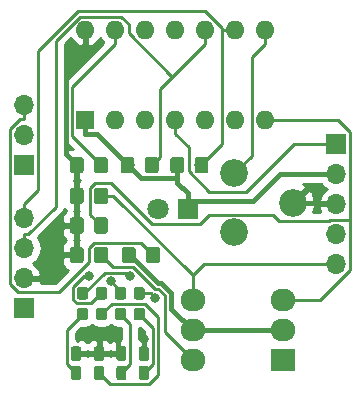
<source format=gtl>
G04 #@! TF.GenerationSoftware,KiCad,Pcbnew,(5.0.0)*
G04 #@! TF.CreationDate,2019-09-23T14:44:06+09:00*
G04 #@! TF.ProjectId,ir_read_mod,69725F726561645F6D6F642E6B696361,rev?*
G04 #@! TF.SameCoordinates,Original*
G04 #@! TF.FileFunction,Copper,L1,Top,Signal*
G04 #@! TF.FilePolarity,Positive*
%FSLAX46Y46*%
G04 Gerber Fmt 4.6, Leading zero omitted, Abs format (unit mm)*
G04 Created by KiCad (PCBNEW (5.0.0)) date 09/23/19 14:44:06*
%MOMM*%
%LPD*%
G01*
G04 APERTURE LIST*
G04 #@! TA.AperFunction,ComponentPad*
%ADD10C,1.800000*%
G04 #@! TD*
G04 #@! TA.AperFunction,ComponentPad*
%ADD11R,1.800000X1.800000*%
G04 #@! TD*
G04 #@! TA.AperFunction,ComponentPad*
%ADD12C,2.340000*%
G04 #@! TD*
G04 #@! TA.AperFunction,ComponentPad*
%ADD13O,1.600000X1.600000*%
G04 #@! TD*
G04 #@! TA.AperFunction,ComponentPad*
%ADD14R,1.600000X1.600000*%
G04 #@! TD*
G04 #@! TA.AperFunction,ComponentPad*
%ADD15O,2.100000X1.900000*%
G04 #@! TD*
G04 #@! TA.AperFunction,ComponentPad*
%ADD16R,2.100000X1.900000*%
G04 #@! TD*
G04 #@! TA.AperFunction,ComponentPad*
%ADD17O,1.700000X1.700000*%
G04 #@! TD*
G04 #@! TA.AperFunction,ComponentPad*
%ADD18R,1.700000X1.700000*%
G04 #@! TD*
G04 #@! TA.AperFunction,Conductor*
%ADD19C,0.100000*%
G04 #@! TD*
G04 #@! TA.AperFunction,SMDPad,CuDef*
%ADD20C,0.950000*%
G04 #@! TD*
G04 #@! TA.AperFunction,SMDPad,CuDef*
%ADD21C,0.850000*%
G04 #@! TD*
G04 #@! TA.AperFunction,SMDPad,CuDef*
%ADD22C,1.150000*%
G04 #@! TD*
G04 #@! TA.AperFunction,ViaPad*
%ADD23C,0.800000*%
G04 #@! TD*
G04 #@! TA.AperFunction,Conductor*
%ADD24C,0.250000*%
G04 #@! TD*
G04 #@! TA.AperFunction,Conductor*
%ADD25C,0.400000*%
G04 #@! TD*
G04 #@! TA.AperFunction,Conductor*
%ADD26C,0.254000*%
G04 #@! TD*
G04 APERTURE END LIST*
D10*
G04 #@! TO.P,Q1,2*
G04 #@! TO.N,Net-(Q1-Pad2)*
X52235000Y-61500000D03*
D11*
G04 #@! TO.P,Q1,1*
G04 #@! TO.N,+5V*
X54775000Y-61500000D03*
G04 #@! TD*
D12*
G04 #@! TO.P,RV1,1*
G04 #@! TO.N,Net-(Q1-Pad2)*
X58700000Y-58500000D03*
G04 #@! TO.P,RV1,2*
G04 #@! TO.N,GND*
X63700000Y-61000000D03*
G04 #@! TO.P,RV1,3*
G04 #@! TO.N,N/C*
X58700000Y-63500000D03*
G04 #@! TD*
D13*
G04 #@! TO.P,U1,14*
G04 #@! TO.N,GND*
X46100000Y-46380000D03*
G04 #@! TO.P,U1,7*
G04 #@! TO.N,RC3*
X61340000Y-54000000D03*
G04 #@! TO.P,U1,13*
G04 #@! TO.N,Net-(J2-Pad4)*
X48640000Y-46380000D03*
G04 #@! TO.P,U1,6*
G04 #@! TO.N,Net-(R11-Pad1)*
X58800000Y-54000000D03*
G04 #@! TO.P,U1,12*
G04 #@! TO.N,Net-(J2-Pad5)*
X51180000Y-46380000D03*
G04 #@! TO.P,U1,5*
G04 #@! TO.N,RC5*
X56260000Y-54000000D03*
G04 #@! TO.P,U1,11*
G04 #@! TO.N,Net-(R8-Pad1)*
X53720000Y-46380000D03*
G04 #@! TO.P,U1,4*
G04 #@! TO.N,Net-(J2-Pad1)*
X53720000Y-54000000D03*
G04 #@! TO.P,U1,10*
G04 #@! TO.N,Net-(J3-Pad3)*
X56260000Y-46380000D03*
G04 #@! TO.P,U1,3*
G04 #@! TO.N,Net-(R9-Pad1)*
X51180000Y-54000000D03*
G04 #@! TO.P,U1,9*
G04 #@! TO.N,Net-(J3-Pad4)*
X58800000Y-46380000D03*
G04 #@! TO.P,U1,2*
G04 #@! TO.N,Net-(R10-Pad1)*
X48640000Y-54000000D03*
G04 #@! TO.P,U1,8*
G04 #@! TO.N,Net-(Q1-Pad2)*
X61340000Y-46380000D03*
D14*
G04 #@! TO.P,U1,1*
G04 #@! TO.N,+5V*
X46100000Y-54000000D03*
G04 #@! TD*
D15*
G04 #@! TO.P,SW1,2*
G04 #@! TO.N,Net-(J2-Pad5)*
X55180000Y-69220000D03*
G04 #@! TO.P,SW1,4*
G04 #@! TO.N,RC3*
X62800000Y-69220000D03*
G04 #@! TO.P,SW1,C*
G04 #@! TO.N,+5V*
X55180000Y-71760000D03*
X62800000Y-71760000D03*
G04 #@! TO.P,SW1,8*
G04 #@! TO.N,RC5*
X55180000Y-74300000D03*
D16*
G04 #@! TO.P,SW1,1*
G04 #@! TO.N,Net-(J2-Pad4)*
X62800000Y-74300000D03*
G04 #@! TD*
D17*
G04 #@! TO.P,SW2,3*
G04 #@! TO.N,Net-(R5-Pad1)*
X40900000Y-52720000D03*
G04 #@! TO.P,SW2,2*
G04 #@! TO.N,Net-(J2-Pad1)*
X40900000Y-55260000D03*
D18*
G04 #@! TO.P,SW2,1*
G04 #@! TO.N,N/C*
X40900000Y-57800000D03*
G04 #@! TD*
D17*
G04 #@! TO.P,J2,5*
G04 #@! TO.N,Net-(J2-Pad5)*
X67300000Y-66160000D03*
G04 #@! TO.P,J2,4*
G04 #@! TO.N,Net-(J2-Pad4)*
X67300000Y-63620000D03*
G04 #@! TO.P,J2,3*
G04 #@! TO.N,GND*
X67300000Y-61080000D03*
G04 #@! TO.P,J2,2*
G04 #@! TO.N,+5V*
X67300000Y-58540000D03*
D18*
G04 #@! TO.P,J2,1*
G04 #@! TO.N,Net-(J2-Pad1)*
X67300000Y-56000000D03*
G04 #@! TD*
D17*
G04 #@! TO.P,J3,4*
G04 #@! TO.N,Net-(J3-Pad4)*
X40900000Y-62280000D03*
G04 #@! TO.P,J3,3*
G04 #@! TO.N,Net-(J3-Pad3)*
X40900000Y-64820000D03*
G04 #@! TO.P,J3,2*
G04 #@! TO.N,GND*
X40900000Y-67360000D03*
D18*
G04 #@! TO.P,J3,1*
G04 #@! TO.N,+5V*
X40900000Y-69900000D03*
G04 #@! TD*
D19*
G04 #@! TO.N,Net-(D1-Pad2)*
G04 #@! TO.C,R8*
G36*
X50926779Y-69881144D02*
X50949834Y-69884563D01*
X50972443Y-69890227D01*
X50994387Y-69898079D01*
X51015457Y-69908044D01*
X51035448Y-69920026D01*
X51054168Y-69933910D01*
X51071438Y-69949562D01*
X51087090Y-69966832D01*
X51100974Y-69985552D01*
X51112956Y-70005543D01*
X51122921Y-70026613D01*
X51130773Y-70048557D01*
X51136437Y-70071166D01*
X51139856Y-70094221D01*
X51141000Y-70117500D01*
X51141000Y-70692500D01*
X51139856Y-70715779D01*
X51136437Y-70738834D01*
X51130773Y-70761443D01*
X51122921Y-70783387D01*
X51112956Y-70804457D01*
X51100974Y-70824448D01*
X51087090Y-70843168D01*
X51071438Y-70860438D01*
X51054168Y-70876090D01*
X51035448Y-70889974D01*
X51015457Y-70901956D01*
X50994387Y-70911921D01*
X50972443Y-70919773D01*
X50949834Y-70925437D01*
X50926779Y-70928856D01*
X50903500Y-70930000D01*
X50428500Y-70930000D01*
X50405221Y-70928856D01*
X50382166Y-70925437D01*
X50359557Y-70919773D01*
X50337613Y-70911921D01*
X50316543Y-70901956D01*
X50296552Y-70889974D01*
X50277832Y-70876090D01*
X50260562Y-70860438D01*
X50244910Y-70843168D01*
X50231026Y-70824448D01*
X50219044Y-70804457D01*
X50209079Y-70783387D01*
X50201227Y-70761443D01*
X50195563Y-70738834D01*
X50192144Y-70715779D01*
X50191000Y-70692500D01*
X50191000Y-70117500D01*
X50192144Y-70094221D01*
X50195563Y-70071166D01*
X50201227Y-70048557D01*
X50209079Y-70026613D01*
X50219044Y-70005543D01*
X50231026Y-69985552D01*
X50244910Y-69966832D01*
X50260562Y-69949562D01*
X50277832Y-69933910D01*
X50296552Y-69920026D01*
X50316543Y-69908044D01*
X50337613Y-69898079D01*
X50359557Y-69890227D01*
X50382166Y-69884563D01*
X50405221Y-69881144D01*
X50428500Y-69880000D01*
X50903500Y-69880000D01*
X50926779Y-69881144D01*
X50926779Y-69881144D01*
G37*
D20*
G04 #@! TD*
G04 #@! TO.P,R8,2*
G04 #@! TO.N,Net-(D1-Pad2)*
X50666000Y-70405000D03*
D19*
G04 #@! TO.N,Net-(R8-Pad1)*
G04 #@! TO.C,R8*
G36*
X50926779Y-68131144D02*
X50949834Y-68134563D01*
X50972443Y-68140227D01*
X50994387Y-68148079D01*
X51015457Y-68158044D01*
X51035448Y-68170026D01*
X51054168Y-68183910D01*
X51071438Y-68199562D01*
X51087090Y-68216832D01*
X51100974Y-68235552D01*
X51112956Y-68255543D01*
X51122921Y-68276613D01*
X51130773Y-68298557D01*
X51136437Y-68321166D01*
X51139856Y-68344221D01*
X51141000Y-68367500D01*
X51141000Y-68942500D01*
X51139856Y-68965779D01*
X51136437Y-68988834D01*
X51130773Y-69011443D01*
X51122921Y-69033387D01*
X51112956Y-69054457D01*
X51100974Y-69074448D01*
X51087090Y-69093168D01*
X51071438Y-69110438D01*
X51054168Y-69126090D01*
X51035448Y-69139974D01*
X51015457Y-69151956D01*
X50994387Y-69161921D01*
X50972443Y-69169773D01*
X50949834Y-69175437D01*
X50926779Y-69178856D01*
X50903500Y-69180000D01*
X50428500Y-69180000D01*
X50405221Y-69178856D01*
X50382166Y-69175437D01*
X50359557Y-69169773D01*
X50337613Y-69161921D01*
X50316543Y-69151956D01*
X50296552Y-69139974D01*
X50277832Y-69126090D01*
X50260562Y-69110438D01*
X50244910Y-69093168D01*
X50231026Y-69074448D01*
X50219044Y-69054457D01*
X50209079Y-69033387D01*
X50201227Y-69011443D01*
X50195563Y-68988834D01*
X50192144Y-68965779D01*
X50191000Y-68942500D01*
X50191000Y-68367500D01*
X50192144Y-68344221D01*
X50195563Y-68321166D01*
X50201227Y-68298557D01*
X50209079Y-68276613D01*
X50219044Y-68255543D01*
X50231026Y-68235552D01*
X50244910Y-68216832D01*
X50260562Y-68199562D01*
X50277832Y-68183910D01*
X50296552Y-68170026D01*
X50316543Y-68158044D01*
X50337613Y-68148079D01*
X50359557Y-68140227D01*
X50382166Y-68134563D01*
X50405221Y-68131144D01*
X50428500Y-68130000D01*
X50903500Y-68130000D01*
X50926779Y-68131144D01*
X50926779Y-68131144D01*
G37*
D20*
G04 #@! TD*
G04 #@! TO.P,R8,1*
G04 #@! TO.N,Net-(R8-Pad1)*
X50666000Y-68655000D03*
D19*
G04 #@! TO.N,Net-(D2-Pad2)*
G04 #@! TO.C,R9*
G36*
X49326779Y-69881144D02*
X49349834Y-69884563D01*
X49372443Y-69890227D01*
X49394387Y-69898079D01*
X49415457Y-69908044D01*
X49435448Y-69920026D01*
X49454168Y-69933910D01*
X49471438Y-69949562D01*
X49487090Y-69966832D01*
X49500974Y-69985552D01*
X49512956Y-70005543D01*
X49522921Y-70026613D01*
X49530773Y-70048557D01*
X49536437Y-70071166D01*
X49539856Y-70094221D01*
X49541000Y-70117500D01*
X49541000Y-70692500D01*
X49539856Y-70715779D01*
X49536437Y-70738834D01*
X49530773Y-70761443D01*
X49522921Y-70783387D01*
X49512956Y-70804457D01*
X49500974Y-70824448D01*
X49487090Y-70843168D01*
X49471438Y-70860438D01*
X49454168Y-70876090D01*
X49435448Y-70889974D01*
X49415457Y-70901956D01*
X49394387Y-70911921D01*
X49372443Y-70919773D01*
X49349834Y-70925437D01*
X49326779Y-70928856D01*
X49303500Y-70930000D01*
X48828500Y-70930000D01*
X48805221Y-70928856D01*
X48782166Y-70925437D01*
X48759557Y-70919773D01*
X48737613Y-70911921D01*
X48716543Y-70901956D01*
X48696552Y-70889974D01*
X48677832Y-70876090D01*
X48660562Y-70860438D01*
X48644910Y-70843168D01*
X48631026Y-70824448D01*
X48619044Y-70804457D01*
X48609079Y-70783387D01*
X48601227Y-70761443D01*
X48595563Y-70738834D01*
X48592144Y-70715779D01*
X48591000Y-70692500D01*
X48591000Y-70117500D01*
X48592144Y-70094221D01*
X48595563Y-70071166D01*
X48601227Y-70048557D01*
X48609079Y-70026613D01*
X48619044Y-70005543D01*
X48631026Y-69985552D01*
X48644910Y-69966832D01*
X48660562Y-69949562D01*
X48677832Y-69933910D01*
X48696552Y-69920026D01*
X48716543Y-69908044D01*
X48737613Y-69898079D01*
X48759557Y-69890227D01*
X48782166Y-69884563D01*
X48805221Y-69881144D01*
X48828500Y-69880000D01*
X49303500Y-69880000D01*
X49326779Y-69881144D01*
X49326779Y-69881144D01*
G37*
D20*
G04 #@! TD*
G04 #@! TO.P,R9,2*
G04 #@! TO.N,Net-(D2-Pad2)*
X49066000Y-70405000D03*
D19*
G04 #@! TO.N,Net-(R9-Pad1)*
G04 #@! TO.C,R9*
G36*
X49326779Y-68131144D02*
X49349834Y-68134563D01*
X49372443Y-68140227D01*
X49394387Y-68148079D01*
X49415457Y-68158044D01*
X49435448Y-68170026D01*
X49454168Y-68183910D01*
X49471438Y-68199562D01*
X49487090Y-68216832D01*
X49500974Y-68235552D01*
X49512956Y-68255543D01*
X49522921Y-68276613D01*
X49530773Y-68298557D01*
X49536437Y-68321166D01*
X49539856Y-68344221D01*
X49541000Y-68367500D01*
X49541000Y-68942500D01*
X49539856Y-68965779D01*
X49536437Y-68988834D01*
X49530773Y-69011443D01*
X49522921Y-69033387D01*
X49512956Y-69054457D01*
X49500974Y-69074448D01*
X49487090Y-69093168D01*
X49471438Y-69110438D01*
X49454168Y-69126090D01*
X49435448Y-69139974D01*
X49415457Y-69151956D01*
X49394387Y-69161921D01*
X49372443Y-69169773D01*
X49349834Y-69175437D01*
X49326779Y-69178856D01*
X49303500Y-69180000D01*
X48828500Y-69180000D01*
X48805221Y-69178856D01*
X48782166Y-69175437D01*
X48759557Y-69169773D01*
X48737613Y-69161921D01*
X48716543Y-69151956D01*
X48696552Y-69139974D01*
X48677832Y-69126090D01*
X48660562Y-69110438D01*
X48644910Y-69093168D01*
X48631026Y-69074448D01*
X48619044Y-69054457D01*
X48609079Y-69033387D01*
X48601227Y-69011443D01*
X48595563Y-68988834D01*
X48592144Y-68965779D01*
X48591000Y-68942500D01*
X48591000Y-68367500D01*
X48592144Y-68344221D01*
X48595563Y-68321166D01*
X48601227Y-68298557D01*
X48609079Y-68276613D01*
X48619044Y-68255543D01*
X48631026Y-68235552D01*
X48644910Y-68216832D01*
X48660562Y-68199562D01*
X48677832Y-68183910D01*
X48696552Y-68170026D01*
X48716543Y-68158044D01*
X48737613Y-68148079D01*
X48759557Y-68140227D01*
X48782166Y-68134563D01*
X48805221Y-68131144D01*
X48828500Y-68130000D01*
X49303500Y-68130000D01*
X49326779Y-68131144D01*
X49326779Y-68131144D01*
G37*
D20*
G04 #@! TD*
G04 #@! TO.P,R9,1*
G04 #@! TO.N,Net-(R9-Pad1)*
X49066000Y-68655000D03*
D19*
G04 #@! TO.N,Net-(D3-Pad2)*
G04 #@! TO.C,R10*
G36*
X47726779Y-69881144D02*
X47749834Y-69884563D01*
X47772443Y-69890227D01*
X47794387Y-69898079D01*
X47815457Y-69908044D01*
X47835448Y-69920026D01*
X47854168Y-69933910D01*
X47871438Y-69949562D01*
X47887090Y-69966832D01*
X47900974Y-69985552D01*
X47912956Y-70005543D01*
X47922921Y-70026613D01*
X47930773Y-70048557D01*
X47936437Y-70071166D01*
X47939856Y-70094221D01*
X47941000Y-70117500D01*
X47941000Y-70692500D01*
X47939856Y-70715779D01*
X47936437Y-70738834D01*
X47930773Y-70761443D01*
X47922921Y-70783387D01*
X47912956Y-70804457D01*
X47900974Y-70824448D01*
X47887090Y-70843168D01*
X47871438Y-70860438D01*
X47854168Y-70876090D01*
X47835448Y-70889974D01*
X47815457Y-70901956D01*
X47794387Y-70911921D01*
X47772443Y-70919773D01*
X47749834Y-70925437D01*
X47726779Y-70928856D01*
X47703500Y-70930000D01*
X47228500Y-70930000D01*
X47205221Y-70928856D01*
X47182166Y-70925437D01*
X47159557Y-70919773D01*
X47137613Y-70911921D01*
X47116543Y-70901956D01*
X47096552Y-70889974D01*
X47077832Y-70876090D01*
X47060562Y-70860438D01*
X47044910Y-70843168D01*
X47031026Y-70824448D01*
X47019044Y-70804457D01*
X47009079Y-70783387D01*
X47001227Y-70761443D01*
X46995563Y-70738834D01*
X46992144Y-70715779D01*
X46991000Y-70692500D01*
X46991000Y-70117500D01*
X46992144Y-70094221D01*
X46995563Y-70071166D01*
X47001227Y-70048557D01*
X47009079Y-70026613D01*
X47019044Y-70005543D01*
X47031026Y-69985552D01*
X47044910Y-69966832D01*
X47060562Y-69949562D01*
X47077832Y-69933910D01*
X47096552Y-69920026D01*
X47116543Y-69908044D01*
X47137613Y-69898079D01*
X47159557Y-69890227D01*
X47182166Y-69884563D01*
X47205221Y-69881144D01*
X47228500Y-69880000D01*
X47703500Y-69880000D01*
X47726779Y-69881144D01*
X47726779Y-69881144D01*
G37*
D20*
G04 #@! TD*
G04 #@! TO.P,R10,2*
G04 #@! TO.N,Net-(D3-Pad2)*
X47466000Y-70405000D03*
D19*
G04 #@! TO.N,Net-(R10-Pad1)*
G04 #@! TO.C,R10*
G36*
X47726779Y-68131144D02*
X47749834Y-68134563D01*
X47772443Y-68140227D01*
X47794387Y-68148079D01*
X47815457Y-68158044D01*
X47835448Y-68170026D01*
X47854168Y-68183910D01*
X47871438Y-68199562D01*
X47887090Y-68216832D01*
X47900974Y-68235552D01*
X47912956Y-68255543D01*
X47922921Y-68276613D01*
X47930773Y-68298557D01*
X47936437Y-68321166D01*
X47939856Y-68344221D01*
X47941000Y-68367500D01*
X47941000Y-68942500D01*
X47939856Y-68965779D01*
X47936437Y-68988834D01*
X47930773Y-69011443D01*
X47922921Y-69033387D01*
X47912956Y-69054457D01*
X47900974Y-69074448D01*
X47887090Y-69093168D01*
X47871438Y-69110438D01*
X47854168Y-69126090D01*
X47835448Y-69139974D01*
X47815457Y-69151956D01*
X47794387Y-69161921D01*
X47772443Y-69169773D01*
X47749834Y-69175437D01*
X47726779Y-69178856D01*
X47703500Y-69180000D01*
X47228500Y-69180000D01*
X47205221Y-69178856D01*
X47182166Y-69175437D01*
X47159557Y-69169773D01*
X47137613Y-69161921D01*
X47116543Y-69151956D01*
X47096552Y-69139974D01*
X47077832Y-69126090D01*
X47060562Y-69110438D01*
X47044910Y-69093168D01*
X47031026Y-69074448D01*
X47019044Y-69054457D01*
X47009079Y-69033387D01*
X47001227Y-69011443D01*
X46995563Y-68988834D01*
X46992144Y-68965779D01*
X46991000Y-68942500D01*
X46991000Y-68367500D01*
X46992144Y-68344221D01*
X46995563Y-68321166D01*
X47001227Y-68298557D01*
X47009079Y-68276613D01*
X47019044Y-68255543D01*
X47031026Y-68235552D01*
X47044910Y-68216832D01*
X47060562Y-68199562D01*
X47077832Y-68183910D01*
X47096552Y-68170026D01*
X47116543Y-68158044D01*
X47137613Y-68148079D01*
X47159557Y-68140227D01*
X47182166Y-68134563D01*
X47205221Y-68131144D01*
X47228500Y-68130000D01*
X47703500Y-68130000D01*
X47726779Y-68131144D01*
X47726779Y-68131144D01*
G37*
D20*
G04 #@! TD*
G04 #@! TO.P,R10,1*
G04 #@! TO.N,Net-(R10-Pad1)*
X47466000Y-68655000D03*
D19*
G04 #@! TO.N,Net-(D4-Pad2)*
G04 #@! TO.C,R11*
G36*
X46126779Y-69881144D02*
X46149834Y-69884563D01*
X46172443Y-69890227D01*
X46194387Y-69898079D01*
X46215457Y-69908044D01*
X46235448Y-69920026D01*
X46254168Y-69933910D01*
X46271438Y-69949562D01*
X46287090Y-69966832D01*
X46300974Y-69985552D01*
X46312956Y-70005543D01*
X46322921Y-70026613D01*
X46330773Y-70048557D01*
X46336437Y-70071166D01*
X46339856Y-70094221D01*
X46341000Y-70117500D01*
X46341000Y-70692500D01*
X46339856Y-70715779D01*
X46336437Y-70738834D01*
X46330773Y-70761443D01*
X46322921Y-70783387D01*
X46312956Y-70804457D01*
X46300974Y-70824448D01*
X46287090Y-70843168D01*
X46271438Y-70860438D01*
X46254168Y-70876090D01*
X46235448Y-70889974D01*
X46215457Y-70901956D01*
X46194387Y-70911921D01*
X46172443Y-70919773D01*
X46149834Y-70925437D01*
X46126779Y-70928856D01*
X46103500Y-70930000D01*
X45628500Y-70930000D01*
X45605221Y-70928856D01*
X45582166Y-70925437D01*
X45559557Y-70919773D01*
X45537613Y-70911921D01*
X45516543Y-70901956D01*
X45496552Y-70889974D01*
X45477832Y-70876090D01*
X45460562Y-70860438D01*
X45444910Y-70843168D01*
X45431026Y-70824448D01*
X45419044Y-70804457D01*
X45409079Y-70783387D01*
X45401227Y-70761443D01*
X45395563Y-70738834D01*
X45392144Y-70715779D01*
X45391000Y-70692500D01*
X45391000Y-70117500D01*
X45392144Y-70094221D01*
X45395563Y-70071166D01*
X45401227Y-70048557D01*
X45409079Y-70026613D01*
X45419044Y-70005543D01*
X45431026Y-69985552D01*
X45444910Y-69966832D01*
X45460562Y-69949562D01*
X45477832Y-69933910D01*
X45496552Y-69920026D01*
X45516543Y-69908044D01*
X45537613Y-69898079D01*
X45559557Y-69890227D01*
X45582166Y-69884563D01*
X45605221Y-69881144D01*
X45628500Y-69880000D01*
X46103500Y-69880000D01*
X46126779Y-69881144D01*
X46126779Y-69881144D01*
G37*
D20*
G04 #@! TD*
G04 #@! TO.P,R11,2*
G04 #@! TO.N,Net-(D4-Pad2)*
X45866000Y-70405000D03*
D19*
G04 #@! TO.N,Net-(R11-Pad1)*
G04 #@! TO.C,R11*
G36*
X46126779Y-68131144D02*
X46149834Y-68134563D01*
X46172443Y-68140227D01*
X46194387Y-68148079D01*
X46215457Y-68158044D01*
X46235448Y-68170026D01*
X46254168Y-68183910D01*
X46271438Y-68199562D01*
X46287090Y-68216832D01*
X46300974Y-68235552D01*
X46312956Y-68255543D01*
X46322921Y-68276613D01*
X46330773Y-68298557D01*
X46336437Y-68321166D01*
X46339856Y-68344221D01*
X46341000Y-68367500D01*
X46341000Y-68942500D01*
X46339856Y-68965779D01*
X46336437Y-68988834D01*
X46330773Y-69011443D01*
X46322921Y-69033387D01*
X46312956Y-69054457D01*
X46300974Y-69074448D01*
X46287090Y-69093168D01*
X46271438Y-69110438D01*
X46254168Y-69126090D01*
X46235448Y-69139974D01*
X46215457Y-69151956D01*
X46194387Y-69161921D01*
X46172443Y-69169773D01*
X46149834Y-69175437D01*
X46126779Y-69178856D01*
X46103500Y-69180000D01*
X45628500Y-69180000D01*
X45605221Y-69178856D01*
X45582166Y-69175437D01*
X45559557Y-69169773D01*
X45537613Y-69161921D01*
X45516543Y-69151956D01*
X45496552Y-69139974D01*
X45477832Y-69126090D01*
X45460562Y-69110438D01*
X45444910Y-69093168D01*
X45431026Y-69074448D01*
X45419044Y-69054457D01*
X45409079Y-69033387D01*
X45401227Y-69011443D01*
X45395563Y-68988834D01*
X45392144Y-68965779D01*
X45391000Y-68942500D01*
X45391000Y-68367500D01*
X45392144Y-68344221D01*
X45395563Y-68321166D01*
X45401227Y-68298557D01*
X45409079Y-68276613D01*
X45419044Y-68255543D01*
X45431026Y-68235552D01*
X45444910Y-68216832D01*
X45460562Y-68199562D01*
X45477832Y-68183910D01*
X45496552Y-68170026D01*
X45516543Y-68158044D01*
X45537613Y-68148079D01*
X45559557Y-68140227D01*
X45582166Y-68134563D01*
X45605221Y-68131144D01*
X45628500Y-68130000D01*
X46103500Y-68130000D01*
X46126779Y-68131144D01*
X46126779Y-68131144D01*
G37*
D20*
G04 #@! TD*
G04 #@! TO.P,R11,1*
G04 #@! TO.N,Net-(R11-Pad1)*
X45866000Y-68655000D03*
D19*
G04 #@! TO.N,Net-(D1-Pad2)*
G04 #@! TO.C,D1*
G36*
X51289329Y-74767023D02*
X51309957Y-74770083D01*
X51330185Y-74775150D01*
X51349820Y-74782176D01*
X51368672Y-74791092D01*
X51386559Y-74801813D01*
X51403309Y-74814235D01*
X51418760Y-74828240D01*
X51432765Y-74843691D01*
X51445187Y-74860441D01*
X51455908Y-74878328D01*
X51464824Y-74897180D01*
X51471850Y-74916815D01*
X51476917Y-74937043D01*
X51479977Y-74957671D01*
X51481000Y-74978500D01*
X51481000Y-75778500D01*
X51479977Y-75799329D01*
X51476917Y-75819957D01*
X51471850Y-75840185D01*
X51464824Y-75859820D01*
X51455908Y-75878672D01*
X51445187Y-75896559D01*
X51432765Y-75913309D01*
X51418760Y-75928760D01*
X51403309Y-75942765D01*
X51386559Y-75955187D01*
X51368672Y-75965908D01*
X51349820Y-75974824D01*
X51330185Y-75981850D01*
X51309957Y-75986917D01*
X51289329Y-75989977D01*
X51268500Y-75991000D01*
X50843500Y-75991000D01*
X50822671Y-75989977D01*
X50802043Y-75986917D01*
X50781815Y-75981850D01*
X50762180Y-75974824D01*
X50743328Y-75965908D01*
X50725441Y-75955187D01*
X50708691Y-75942765D01*
X50693240Y-75928760D01*
X50679235Y-75913309D01*
X50666813Y-75896559D01*
X50656092Y-75878672D01*
X50647176Y-75859820D01*
X50640150Y-75840185D01*
X50635083Y-75819957D01*
X50632023Y-75799329D01*
X50631000Y-75778500D01*
X50631000Y-74978500D01*
X50632023Y-74957671D01*
X50635083Y-74937043D01*
X50640150Y-74916815D01*
X50647176Y-74897180D01*
X50656092Y-74878328D01*
X50666813Y-74860441D01*
X50679235Y-74843691D01*
X50693240Y-74828240D01*
X50708691Y-74814235D01*
X50725441Y-74801813D01*
X50743328Y-74791092D01*
X50762180Y-74782176D01*
X50781815Y-74775150D01*
X50802043Y-74770083D01*
X50822671Y-74767023D01*
X50843500Y-74766000D01*
X51268500Y-74766000D01*
X51289329Y-74767023D01*
X51289329Y-74767023D01*
G37*
D21*
G04 #@! TD*
G04 #@! TO.P,D1,2*
G04 #@! TO.N,Net-(D1-Pad2)*
X51056000Y-75378500D03*
D19*
G04 #@! TO.N,GND*
G04 #@! TO.C,D1*
G36*
X51289329Y-73142023D02*
X51309957Y-73145083D01*
X51330185Y-73150150D01*
X51349820Y-73157176D01*
X51368672Y-73166092D01*
X51386559Y-73176813D01*
X51403309Y-73189235D01*
X51418760Y-73203240D01*
X51432765Y-73218691D01*
X51445187Y-73235441D01*
X51455908Y-73253328D01*
X51464824Y-73272180D01*
X51471850Y-73291815D01*
X51476917Y-73312043D01*
X51479977Y-73332671D01*
X51481000Y-73353500D01*
X51481000Y-74153500D01*
X51479977Y-74174329D01*
X51476917Y-74194957D01*
X51471850Y-74215185D01*
X51464824Y-74234820D01*
X51455908Y-74253672D01*
X51445187Y-74271559D01*
X51432765Y-74288309D01*
X51418760Y-74303760D01*
X51403309Y-74317765D01*
X51386559Y-74330187D01*
X51368672Y-74340908D01*
X51349820Y-74349824D01*
X51330185Y-74356850D01*
X51309957Y-74361917D01*
X51289329Y-74364977D01*
X51268500Y-74366000D01*
X50843500Y-74366000D01*
X50822671Y-74364977D01*
X50802043Y-74361917D01*
X50781815Y-74356850D01*
X50762180Y-74349824D01*
X50743328Y-74340908D01*
X50725441Y-74330187D01*
X50708691Y-74317765D01*
X50693240Y-74303760D01*
X50679235Y-74288309D01*
X50666813Y-74271559D01*
X50656092Y-74253672D01*
X50647176Y-74234820D01*
X50640150Y-74215185D01*
X50635083Y-74194957D01*
X50632023Y-74174329D01*
X50631000Y-74153500D01*
X50631000Y-73353500D01*
X50632023Y-73332671D01*
X50635083Y-73312043D01*
X50640150Y-73291815D01*
X50647176Y-73272180D01*
X50656092Y-73253328D01*
X50666813Y-73235441D01*
X50679235Y-73218691D01*
X50693240Y-73203240D01*
X50708691Y-73189235D01*
X50725441Y-73176813D01*
X50743328Y-73166092D01*
X50762180Y-73157176D01*
X50781815Y-73150150D01*
X50802043Y-73145083D01*
X50822671Y-73142023D01*
X50843500Y-73141000D01*
X51268500Y-73141000D01*
X51289329Y-73142023D01*
X51289329Y-73142023D01*
G37*
D21*
G04 #@! TD*
G04 #@! TO.P,D1,1*
G04 #@! TO.N,GND*
X51056000Y-73753500D03*
D19*
G04 #@! TO.N,GND*
G04 #@! TO.C,D2*
G36*
X49389329Y-73142023D02*
X49409957Y-73145083D01*
X49430185Y-73150150D01*
X49449820Y-73157176D01*
X49468672Y-73166092D01*
X49486559Y-73176813D01*
X49503309Y-73189235D01*
X49518760Y-73203240D01*
X49532765Y-73218691D01*
X49545187Y-73235441D01*
X49555908Y-73253328D01*
X49564824Y-73272180D01*
X49571850Y-73291815D01*
X49576917Y-73312043D01*
X49579977Y-73332671D01*
X49581000Y-73353500D01*
X49581000Y-74153500D01*
X49579977Y-74174329D01*
X49576917Y-74194957D01*
X49571850Y-74215185D01*
X49564824Y-74234820D01*
X49555908Y-74253672D01*
X49545187Y-74271559D01*
X49532765Y-74288309D01*
X49518760Y-74303760D01*
X49503309Y-74317765D01*
X49486559Y-74330187D01*
X49468672Y-74340908D01*
X49449820Y-74349824D01*
X49430185Y-74356850D01*
X49409957Y-74361917D01*
X49389329Y-74364977D01*
X49368500Y-74366000D01*
X48943500Y-74366000D01*
X48922671Y-74364977D01*
X48902043Y-74361917D01*
X48881815Y-74356850D01*
X48862180Y-74349824D01*
X48843328Y-74340908D01*
X48825441Y-74330187D01*
X48808691Y-74317765D01*
X48793240Y-74303760D01*
X48779235Y-74288309D01*
X48766813Y-74271559D01*
X48756092Y-74253672D01*
X48747176Y-74234820D01*
X48740150Y-74215185D01*
X48735083Y-74194957D01*
X48732023Y-74174329D01*
X48731000Y-74153500D01*
X48731000Y-73353500D01*
X48732023Y-73332671D01*
X48735083Y-73312043D01*
X48740150Y-73291815D01*
X48747176Y-73272180D01*
X48756092Y-73253328D01*
X48766813Y-73235441D01*
X48779235Y-73218691D01*
X48793240Y-73203240D01*
X48808691Y-73189235D01*
X48825441Y-73176813D01*
X48843328Y-73166092D01*
X48862180Y-73157176D01*
X48881815Y-73150150D01*
X48902043Y-73145083D01*
X48922671Y-73142023D01*
X48943500Y-73141000D01*
X49368500Y-73141000D01*
X49389329Y-73142023D01*
X49389329Y-73142023D01*
G37*
D21*
G04 #@! TD*
G04 #@! TO.P,D2,1*
G04 #@! TO.N,GND*
X49156000Y-73753500D03*
D19*
G04 #@! TO.N,Net-(D2-Pad2)*
G04 #@! TO.C,D2*
G36*
X49389329Y-74767023D02*
X49409957Y-74770083D01*
X49430185Y-74775150D01*
X49449820Y-74782176D01*
X49468672Y-74791092D01*
X49486559Y-74801813D01*
X49503309Y-74814235D01*
X49518760Y-74828240D01*
X49532765Y-74843691D01*
X49545187Y-74860441D01*
X49555908Y-74878328D01*
X49564824Y-74897180D01*
X49571850Y-74916815D01*
X49576917Y-74937043D01*
X49579977Y-74957671D01*
X49581000Y-74978500D01*
X49581000Y-75778500D01*
X49579977Y-75799329D01*
X49576917Y-75819957D01*
X49571850Y-75840185D01*
X49564824Y-75859820D01*
X49555908Y-75878672D01*
X49545187Y-75896559D01*
X49532765Y-75913309D01*
X49518760Y-75928760D01*
X49503309Y-75942765D01*
X49486559Y-75955187D01*
X49468672Y-75965908D01*
X49449820Y-75974824D01*
X49430185Y-75981850D01*
X49409957Y-75986917D01*
X49389329Y-75989977D01*
X49368500Y-75991000D01*
X48943500Y-75991000D01*
X48922671Y-75989977D01*
X48902043Y-75986917D01*
X48881815Y-75981850D01*
X48862180Y-75974824D01*
X48843328Y-75965908D01*
X48825441Y-75955187D01*
X48808691Y-75942765D01*
X48793240Y-75928760D01*
X48779235Y-75913309D01*
X48766813Y-75896559D01*
X48756092Y-75878672D01*
X48747176Y-75859820D01*
X48740150Y-75840185D01*
X48735083Y-75819957D01*
X48732023Y-75799329D01*
X48731000Y-75778500D01*
X48731000Y-74978500D01*
X48732023Y-74957671D01*
X48735083Y-74937043D01*
X48740150Y-74916815D01*
X48747176Y-74897180D01*
X48756092Y-74878328D01*
X48766813Y-74860441D01*
X48779235Y-74843691D01*
X48793240Y-74828240D01*
X48808691Y-74814235D01*
X48825441Y-74801813D01*
X48843328Y-74791092D01*
X48862180Y-74782176D01*
X48881815Y-74775150D01*
X48902043Y-74770083D01*
X48922671Y-74767023D01*
X48943500Y-74766000D01*
X49368500Y-74766000D01*
X49389329Y-74767023D01*
X49389329Y-74767023D01*
G37*
D21*
G04 #@! TD*
G04 #@! TO.P,D2,2*
G04 #@! TO.N,Net-(D2-Pad2)*
X49156000Y-75378500D03*
D19*
G04 #@! TO.N,Net-(D3-Pad2)*
G04 #@! TO.C,D3*
G36*
X47489329Y-74767023D02*
X47509957Y-74770083D01*
X47530185Y-74775150D01*
X47549820Y-74782176D01*
X47568672Y-74791092D01*
X47586559Y-74801813D01*
X47603309Y-74814235D01*
X47618760Y-74828240D01*
X47632765Y-74843691D01*
X47645187Y-74860441D01*
X47655908Y-74878328D01*
X47664824Y-74897180D01*
X47671850Y-74916815D01*
X47676917Y-74937043D01*
X47679977Y-74957671D01*
X47681000Y-74978500D01*
X47681000Y-75778500D01*
X47679977Y-75799329D01*
X47676917Y-75819957D01*
X47671850Y-75840185D01*
X47664824Y-75859820D01*
X47655908Y-75878672D01*
X47645187Y-75896559D01*
X47632765Y-75913309D01*
X47618760Y-75928760D01*
X47603309Y-75942765D01*
X47586559Y-75955187D01*
X47568672Y-75965908D01*
X47549820Y-75974824D01*
X47530185Y-75981850D01*
X47509957Y-75986917D01*
X47489329Y-75989977D01*
X47468500Y-75991000D01*
X47043500Y-75991000D01*
X47022671Y-75989977D01*
X47002043Y-75986917D01*
X46981815Y-75981850D01*
X46962180Y-75974824D01*
X46943328Y-75965908D01*
X46925441Y-75955187D01*
X46908691Y-75942765D01*
X46893240Y-75928760D01*
X46879235Y-75913309D01*
X46866813Y-75896559D01*
X46856092Y-75878672D01*
X46847176Y-75859820D01*
X46840150Y-75840185D01*
X46835083Y-75819957D01*
X46832023Y-75799329D01*
X46831000Y-75778500D01*
X46831000Y-74978500D01*
X46832023Y-74957671D01*
X46835083Y-74937043D01*
X46840150Y-74916815D01*
X46847176Y-74897180D01*
X46856092Y-74878328D01*
X46866813Y-74860441D01*
X46879235Y-74843691D01*
X46893240Y-74828240D01*
X46908691Y-74814235D01*
X46925441Y-74801813D01*
X46943328Y-74791092D01*
X46962180Y-74782176D01*
X46981815Y-74775150D01*
X47002043Y-74770083D01*
X47022671Y-74767023D01*
X47043500Y-74766000D01*
X47468500Y-74766000D01*
X47489329Y-74767023D01*
X47489329Y-74767023D01*
G37*
D21*
G04 #@! TD*
G04 #@! TO.P,D3,2*
G04 #@! TO.N,Net-(D3-Pad2)*
X47256000Y-75378500D03*
D19*
G04 #@! TO.N,GND*
G04 #@! TO.C,D3*
G36*
X47489329Y-73142023D02*
X47509957Y-73145083D01*
X47530185Y-73150150D01*
X47549820Y-73157176D01*
X47568672Y-73166092D01*
X47586559Y-73176813D01*
X47603309Y-73189235D01*
X47618760Y-73203240D01*
X47632765Y-73218691D01*
X47645187Y-73235441D01*
X47655908Y-73253328D01*
X47664824Y-73272180D01*
X47671850Y-73291815D01*
X47676917Y-73312043D01*
X47679977Y-73332671D01*
X47681000Y-73353500D01*
X47681000Y-74153500D01*
X47679977Y-74174329D01*
X47676917Y-74194957D01*
X47671850Y-74215185D01*
X47664824Y-74234820D01*
X47655908Y-74253672D01*
X47645187Y-74271559D01*
X47632765Y-74288309D01*
X47618760Y-74303760D01*
X47603309Y-74317765D01*
X47586559Y-74330187D01*
X47568672Y-74340908D01*
X47549820Y-74349824D01*
X47530185Y-74356850D01*
X47509957Y-74361917D01*
X47489329Y-74364977D01*
X47468500Y-74366000D01*
X47043500Y-74366000D01*
X47022671Y-74364977D01*
X47002043Y-74361917D01*
X46981815Y-74356850D01*
X46962180Y-74349824D01*
X46943328Y-74340908D01*
X46925441Y-74330187D01*
X46908691Y-74317765D01*
X46893240Y-74303760D01*
X46879235Y-74288309D01*
X46866813Y-74271559D01*
X46856092Y-74253672D01*
X46847176Y-74234820D01*
X46840150Y-74215185D01*
X46835083Y-74194957D01*
X46832023Y-74174329D01*
X46831000Y-74153500D01*
X46831000Y-73353500D01*
X46832023Y-73332671D01*
X46835083Y-73312043D01*
X46840150Y-73291815D01*
X46847176Y-73272180D01*
X46856092Y-73253328D01*
X46866813Y-73235441D01*
X46879235Y-73218691D01*
X46893240Y-73203240D01*
X46908691Y-73189235D01*
X46925441Y-73176813D01*
X46943328Y-73166092D01*
X46962180Y-73157176D01*
X46981815Y-73150150D01*
X47002043Y-73145083D01*
X47022671Y-73142023D01*
X47043500Y-73141000D01*
X47468500Y-73141000D01*
X47489329Y-73142023D01*
X47489329Y-73142023D01*
G37*
D21*
G04 #@! TD*
G04 #@! TO.P,D3,1*
G04 #@! TO.N,GND*
X47256000Y-73753500D03*
D19*
G04 #@! TO.N,GND*
G04 #@! TO.C,D4*
G36*
X45539329Y-73142023D02*
X45559957Y-73145083D01*
X45580185Y-73150150D01*
X45599820Y-73157176D01*
X45618672Y-73166092D01*
X45636559Y-73176813D01*
X45653309Y-73189235D01*
X45668760Y-73203240D01*
X45682765Y-73218691D01*
X45695187Y-73235441D01*
X45705908Y-73253328D01*
X45714824Y-73272180D01*
X45721850Y-73291815D01*
X45726917Y-73312043D01*
X45729977Y-73332671D01*
X45731000Y-73353500D01*
X45731000Y-74153500D01*
X45729977Y-74174329D01*
X45726917Y-74194957D01*
X45721850Y-74215185D01*
X45714824Y-74234820D01*
X45705908Y-74253672D01*
X45695187Y-74271559D01*
X45682765Y-74288309D01*
X45668760Y-74303760D01*
X45653309Y-74317765D01*
X45636559Y-74330187D01*
X45618672Y-74340908D01*
X45599820Y-74349824D01*
X45580185Y-74356850D01*
X45559957Y-74361917D01*
X45539329Y-74364977D01*
X45518500Y-74366000D01*
X45093500Y-74366000D01*
X45072671Y-74364977D01*
X45052043Y-74361917D01*
X45031815Y-74356850D01*
X45012180Y-74349824D01*
X44993328Y-74340908D01*
X44975441Y-74330187D01*
X44958691Y-74317765D01*
X44943240Y-74303760D01*
X44929235Y-74288309D01*
X44916813Y-74271559D01*
X44906092Y-74253672D01*
X44897176Y-74234820D01*
X44890150Y-74215185D01*
X44885083Y-74194957D01*
X44882023Y-74174329D01*
X44881000Y-74153500D01*
X44881000Y-73353500D01*
X44882023Y-73332671D01*
X44885083Y-73312043D01*
X44890150Y-73291815D01*
X44897176Y-73272180D01*
X44906092Y-73253328D01*
X44916813Y-73235441D01*
X44929235Y-73218691D01*
X44943240Y-73203240D01*
X44958691Y-73189235D01*
X44975441Y-73176813D01*
X44993328Y-73166092D01*
X45012180Y-73157176D01*
X45031815Y-73150150D01*
X45052043Y-73145083D01*
X45072671Y-73142023D01*
X45093500Y-73141000D01*
X45518500Y-73141000D01*
X45539329Y-73142023D01*
X45539329Y-73142023D01*
G37*
D21*
G04 #@! TD*
G04 #@! TO.P,D4,1*
G04 #@! TO.N,GND*
X45306000Y-73753500D03*
D19*
G04 #@! TO.N,Net-(D4-Pad2)*
G04 #@! TO.C,D4*
G36*
X45539329Y-74767023D02*
X45559957Y-74770083D01*
X45580185Y-74775150D01*
X45599820Y-74782176D01*
X45618672Y-74791092D01*
X45636559Y-74801813D01*
X45653309Y-74814235D01*
X45668760Y-74828240D01*
X45682765Y-74843691D01*
X45695187Y-74860441D01*
X45705908Y-74878328D01*
X45714824Y-74897180D01*
X45721850Y-74916815D01*
X45726917Y-74937043D01*
X45729977Y-74957671D01*
X45731000Y-74978500D01*
X45731000Y-75778500D01*
X45729977Y-75799329D01*
X45726917Y-75819957D01*
X45721850Y-75840185D01*
X45714824Y-75859820D01*
X45705908Y-75878672D01*
X45695187Y-75896559D01*
X45682765Y-75913309D01*
X45668760Y-75928760D01*
X45653309Y-75942765D01*
X45636559Y-75955187D01*
X45618672Y-75965908D01*
X45599820Y-75974824D01*
X45580185Y-75981850D01*
X45559957Y-75986917D01*
X45539329Y-75989977D01*
X45518500Y-75991000D01*
X45093500Y-75991000D01*
X45072671Y-75989977D01*
X45052043Y-75986917D01*
X45031815Y-75981850D01*
X45012180Y-75974824D01*
X44993328Y-75965908D01*
X44975441Y-75955187D01*
X44958691Y-75942765D01*
X44943240Y-75928760D01*
X44929235Y-75913309D01*
X44916813Y-75896559D01*
X44906092Y-75878672D01*
X44897176Y-75859820D01*
X44890150Y-75840185D01*
X44885083Y-75819957D01*
X44882023Y-75799329D01*
X44881000Y-75778500D01*
X44881000Y-74978500D01*
X44882023Y-74957671D01*
X44885083Y-74937043D01*
X44890150Y-74916815D01*
X44897176Y-74897180D01*
X44906092Y-74878328D01*
X44916813Y-74860441D01*
X44929235Y-74843691D01*
X44943240Y-74828240D01*
X44958691Y-74814235D01*
X44975441Y-74801813D01*
X44993328Y-74791092D01*
X45012180Y-74782176D01*
X45031815Y-74775150D01*
X45052043Y-74770083D01*
X45072671Y-74767023D01*
X45093500Y-74766000D01*
X45518500Y-74766000D01*
X45539329Y-74767023D01*
X45539329Y-74767023D01*
G37*
D21*
G04 #@! TD*
G04 #@! TO.P,D4,2*
G04 #@! TO.N,Net-(D4-Pad2)*
X45306000Y-75378500D03*
D19*
G04 #@! TO.N,GND*
G04 #@! TO.C,R1*
G36*
X45724505Y-57101204D02*
X45748773Y-57104804D01*
X45772572Y-57110765D01*
X45795671Y-57119030D01*
X45817850Y-57129520D01*
X45838893Y-57142132D01*
X45858599Y-57156747D01*
X45876777Y-57173223D01*
X45893253Y-57191401D01*
X45907868Y-57211107D01*
X45920480Y-57232150D01*
X45930970Y-57254329D01*
X45939235Y-57277428D01*
X45945196Y-57301227D01*
X45948796Y-57325495D01*
X45950000Y-57349999D01*
X45950000Y-58250001D01*
X45948796Y-58274505D01*
X45945196Y-58298773D01*
X45939235Y-58322572D01*
X45930970Y-58345671D01*
X45920480Y-58367850D01*
X45907868Y-58388893D01*
X45893253Y-58408599D01*
X45876777Y-58426777D01*
X45858599Y-58443253D01*
X45838893Y-58457868D01*
X45817850Y-58470480D01*
X45795671Y-58480970D01*
X45772572Y-58489235D01*
X45748773Y-58495196D01*
X45724505Y-58498796D01*
X45700001Y-58500000D01*
X45049999Y-58500000D01*
X45025495Y-58498796D01*
X45001227Y-58495196D01*
X44977428Y-58489235D01*
X44954329Y-58480970D01*
X44932150Y-58470480D01*
X44911107Y-58457868D01*
X44891401Y-58443253D01*
X44873223Y-58426777D01*
X44856747Y-58408599D01*
X44842132Y-58388893D01*
X44829520Y-58367850D01*
X44819030Y-58345671D01*
X44810765Y-58322572D01*
X44804804Y-58298773D01*
X44801204Y-58274505D01*
X44800000Y-58250001D01*
X44800000Y-57349999D01*
X44801204Y-57325495D01*
X44804804Y-57301227D01*
X44810765Y-57277428D01*
X44819030Y-57254329D01*
X44829520Y-57232150D01*
X44842132Y-57211107D01*
X44856747Y-57191401D01*
X44873223Y-57173223D01*
X44891401Y-57156747D01*
X44911107Y-57142132D01*
X44932150Y-57129520D01*
X44954329Y-57119030D01*
X44977428Y-57110765D01*
X45001227Y-57104804D01*
X45025495Y-57101204D01*
X45049999Y-57100000D01*
X45700001Y-57100000D01*
X45724505Y-57101204D01*
X45724505Y-57101204D01*
G37*
D22*
G04 #@! TD*
G04 #@! TO.P,R1,1*
G04 #@! TO.N,GND*
X45375000Y-57800000D03*
D19*
G04 #@! TO.N,Net-(J2-Pad4)*
G04 #@! TO.C,R1*
G36*
X47774505Y-57101204D02*
X47798773Y-57104804D01*
X47822572Y-57110765D01*
X47845671Y-57119030D01*
X47867850Y-57129520D01*
X47888893Y-57142132D01*
X47908599Y-57156747D01*
X47926777Y-57173223D01*
X47943253Y-57191401D01*
X47957868Y-57211107D01*
X47970480Y-57232150D01*
X47980970Y-57254329D01*
X47989235Y-57277428D01*
X47995196Y-57301227D01*
X47998796Y-57325495D01*
X48000000Y-57349999D01*
X48000000Y-58250001D01*
X47998796Y-58274505D01*
X47995196Y-58298773D01*
X47989235Y-58322572D01*
X47980970Y-58345671D01*
X47970480Y-58367850D01*
X47957868Y-58388893D01*
X47943253Y-58408599D01*
X47926777Y-58426777D01*
X47908599Y-58443253D01*
X47888893Y-58457868D01*
X47867850Y-58470480D01*
X47845671Y-58480970D01*
X47822572Y-58489235D01*
X47798773Y-58495196D01*
X47774505Y-58498796D01*
X47750001Y-58500000D01*
X47099999Y-58500000D01*
X47075495Y-58498796D01*
X47051227Y-58495196D01*
X47027428Y-58489235D01*
X47004329Y-58480970D01*
X46982150Y-58470480D01*
X46961107Y-58457868D01*
X46941401Y-58443253D01*
X46923223Y-58426777D01*
X46906747Y-58408599D01*
X46892132Y-58388893D01*
X46879520Y-58367850D01*
X46869030Y-58345671D01*
X46860765Y-58322572D01*
X46854804Y-58298773D01*
X46851204Y-58274505D01*
X46850000Y-58250001D01*
X46850000Y-57349999D01*
X46851204Y-57325495D01*
X46854804Y-57301227D01*
X46860765Y-57277428D01*
X46869030Y-57254329D01*
X46879520Y-57232150D01*
X46892132Y-57211107D01*
X46906747Y-57191401D01*
X46923223Y-57173223D01*
X46941401Y-57156747D01*
X46961107Y-57142132D01*
X46982150Y-57129520D01*
X47004329Y-57119030D01*
X47027428Y-57110765D01*
X47051227Y-57104804D01*
X47075495Y-57101204D01*
X47099999Y-57100000D01*
X47750001Y-57100000D01*
X47774505Y-57101204D01*
X47774505Y-57101204D01*
G37*
D22*
G04 #@! TD*
G04 #@! TO.P,R1,2*
G04 #@! TO.N,Net-(J2-Pad4)*
X47425000Y-57800000D03*
D19*
G04 #@! TO.N,Net-(J2-Pad5)*
G04 #@! TO.C,R2*
G36*
X47774505Y-59701204D02*
X47798773Y-59704804D01*
X47822572Y-59710765D01*
X47845671Y-59719030D01*
X47867850Y-59729520D01*
X47888893Y-59742132D01*
X47908599Y-59756747D01*
X47926777Y-59773223D01*
X47943253Y-59791401D01*
X47957868Y-59811107D01*
X47970480Y-59832150D01*
X47980970Y-59854329D01*
X47989235Y-59877428D01*
X47995196Y-59901227D01*
X47998796Y-59925495D01*
X48000000Y-59949999D01*
X48000000Y-60850001D01*
X47998796Y-60874505D01*
X47995196Y-60898773D01*
X47989235Y-60922572D01*
X47980970Y-60945671D01*
X47970480Y-60967850D01*
X47957868Y-60988893D01*
X47943253Y-61008599D01*
X47926777Y-61026777D01*
X47908599Y-61043253D01*
X47888893Y-61057868D01*
X47867850Y-61070480D01*
X47845671Y-61080970D01*
X47822572Y-61089235D01*
X47798773Y-61095196D01*
X47774505Y-61098796D01*
X47750001Y-61100000D01*
X47099999Y-61100000D01*
X47075495Y-61098796D01*
X47051227Y-61095196D01*
X47027428Y-61089235D01*
X47004329Y-61080970D01*
X46982150Y-61070480D01*
X46961107Y-61057868D01*
X46941401Y-61043253D01*
X46923223Y-61026777D01*
X46906747Y-61008599D01*
X46892132Y-60988893D01*
X46879520Y-60967850D01*
X46869030Y-60945671D01*
X46860765Y-60922572D01*
X46854804Y-60898773D01*
X46851204Y-60874505D01*
X46850000Y-60850001D01*
X46850000Y-59949999D01*
X46851204Y-59925495D01*
X46854804Y-59901227D01*
X46860765Y-59877428D01*
X46869030Y-59854329D01*
X46879520Y-59832150D01*
X46892132Y-59811107D01*
X46906747Y-59791401D01*
X46923223Y-59773223D01*
X46941401Y-59756747D01*
X46961107Y-59742132D01*
X46982150Y-59729520D01*
X47004329Y-59719030D01*
X47027428Y-59710765D01*
X47051227Y-59704804D01*
X47075495Y-59701204D01*
X47099999Y-59700000D01*
X47750001Y-59700000D01*
X47774505Y-59701204D01*
X47774505Y-59701204D01*
G37*
D22*
G04 #@! TD*
G04 #@! TO.P,R2,2*
G04 #@! TO.N,Net-(J2-Pad5)*
X47425000Y-60400000D03*
D19*
G04 #@! TO.N,GND*
G04 #@! TO.C,R2*
G36*
X45724505Y-59701204D02*
X45748773Y-59704804D01*
X45772572Y-59710765D01*
X45795671Y-59719030D01*
X45817850Y-59729520D01*
X45838893Y-59742132D01*
X45858599Y-59756747D01*
X45876777Y-59773223D01*
X45893253Y-59791401D01*
X45907868Y-59811107D01*
X45920480Y-59832150D01*
X45930970Y-59854329D01*
X45939235Y-59877428D01*
X45945196Y-59901227D01*
X45948796Y-59925495D01*
X45950000Y-59949999D01*
X45950000Y-60850001D01*
X45948796Y-60874505D01*
X45945196Y-60898773D01*
X45939235Y-60922572D01*
X45930970Y-60945671D01*
X45920480Y-60967850D01*
X45907868Y-60988893D01*
X45893253Y-61008599D01*
X45876777Y-61026777D01*
X45858599Y-61043253D01*
X45838893Y-61057868D01*
X45817850Y-61070480D01*
X45795671Y-61080970D01*
X45772572Y-61089235D01*
X45748773Y-61095196D01*
X45724505Y-61098796D01*
X45700001Y-61100000D01*
X45049999Y-61100000D01*
X45025495Y-61098796D01*
X45001227Y-61095196D01*
X44977428Y-61089235D01*
X44954329Y-61080970D01*
X44932150Y-61070480D01*
X44911107Y-61057868D01*
X44891401Y-61043253D01*
X44873223Y-61026777D01*
X44856747Y-61008599D01*
X44842132Y-60988893D01*
X44829520Y-60967850D01*
X44819030Y-60945671D01*
X44810765Y-60922572D01*
X44804804Y-60898773D01*
X44801204Y-60874505D01*
X44800000Y-60850001D01*
X44800000Y-59949999D01*
X44801204Y-59925495D01*
X44804804Y-59901227D01*
X44810765Y-59877428D01*
X44819030Y-59854329D01*
X44829520Y-59832150D01*
X44842132Y-59811107D01*
X44856747Y-59791401D01*
X44873223Y-59773223D01*
X44891401Y-59756747D01*
X44911107Y-59742132D01*
X44932150Y-59729520D01*
X44954329Y-59719030D01*
X44977428Y-59710765D01*
X45001227Y-59704804D01*
X45025495Y-59701204D01*
X45049999Y-59700000D01*
X45700001Y-59700000D01*
X45724505Y-59701204D01*
X45724505Y-59701204D01*
G37*
D22*
G04 #@! TD*
G04 #@! TO.P,R2,1*
G04 #@! TO.N,GND*
X45375000Y-60400000D03*
D19*
G04 #@! TO.N,GND*
G04 #@! TO.C,R3*
G36*
X45724505Y-62201204D02*
X45748773Y-62204804D01*
X45772572Y-62210765D01*
X45795671Y-62219030D01*
X45817850Y-62229520D01*
X45838893Y-62242132D01*
X45858599Y-62256747D01*
X45876777Y-62273223D01*
X45893253Y-62291401D01*
X45907868Y-62311107D01*
X45920480Y-62332150D01*
X45930970Y-62354329D01*
X45939235Y-62377428D01*
X45945196Y-62401227D01*
X45948796Y-62425495D01*
X45950000Y-62449999D01*
X45950000Y-63350001D01*
X45948796Y-63374505D01*
X45945196Y-63398773D01*
X45939235Y-63422572D01*
X45930970Y-63445671D01*
X45920480Y-63467850D01*
X45907868Y-63488893D01*
X45893253Y-63508599D01*
X45876777Y-63526777D01*
X45858599Y-63543253D01*
X45838893Y-63557868D01*
X45817850Y-63570480D01*
X45795671Y-63580970D01*
X45772572Y-63589235D01*
X45748773Y-63595196D01*
X45724505Y-63598796D01*
X45700001Y-63600000D01*
X45049999Y-63600000D01*
X45025495Y-63598796D01*
X45001227Y-63595196D01*
X44977428Y-63589235D01*
X44954329Y-63580970D01*
X44932150Y-63570480D01*
X44911107Y-63557868D01*
X44891401Y-63543253D01*
X44873223Y-63526777D01*
X44856747Y-63508599D01*
X44842132Y-63488893D01*
X44829520Y-63467850D01*
X44819030Y-63445671D01*
X44810765Y-63422572D01*
X44804804Y-63398773D01*
X44801204Y-63374505D01*
X44800000Y-63350001D01*
X44800000Y-62449999D01*
X44801204Y-62425495D01*
X44804804Y-62401227D01*
X44810765Y-62377428D01*
X44819030Y-62354329D01*
X44829520Y-62332150D01*
X44842132Y-62311107D01*
X44856747Y-62291401D01*
X44873223Y-62273223D01*
X44891401Y-62256747D01*
X44911107Y-62242132D01*
X44932150Y-62229520D01*
X44954329Y-62219030D01*
X44977428Y-62210765D01*
X45001227Y-62204804D01*
X45025495Y-62201204D01*
X45049999Y-62200000D01*
X45700001Y-62200000D01*
X45724505Y-62201204D01*
X45724505Y-62201204D01*
G37*
D22*
G04 #@! TD*
G04 #@! TO.P,R3,1*
G04 #@! TO.N,GND*
X45375000Y-62900000D03*
D19*
G04 #@! TO.N,RC3*
G04 #@! TO.C,R3*
G36*
X47774505Y-62201204D02*
X47798773Y-62204804D01*
X47822572Y-62210765D01*
X47845671Y-62219030D01*
X47867850Y-62229520D01*
X47888893Y-62242132D01*
X47908599Y-62256747D01*
X47926777Y-62273223D01*
X47943253Y-62291401D01*
X47957868Y-62311107D01*
X47970480Y-62332150D01*
X47980970Y-62354329D01*
X47989235Y-62377428D01*
X47995196Y-62401227D01*
X47998796Y-62425495D01*
X48000000Y-62449999D01*
X48000000Y-63350001D01*
X47998796Y-63374505D01*
X47995196Y-63398773D01*
X47989235Y-63422572D01*
X47980970Y-63445671D01*
X47970480Y-63467850D01*
X47957868Y-63488893D01*
X47943253Y-63508599D01*
X47926777Y-63526777D01*
X47908599Y-63543253D01*
X47888893Y-63557868D01*
X47867850Y-63570480D01*
X47845671Y-63580970D01*
X47822572Y-63589235D01*
X47798773Y-63595196D01*
X47774505Y-63598796D01*
X47750001Y-63600000D01*
X47099999Y-63600000D01*
X47075495Y-63598796D01*
X47051227Y-63595196D01*
X47027428Y-63589235D01*
X47004329Y-63580970D01*
X46982150Y-63570480D01*
X46961107Y-63557868D01*
X46941401Y-63543253D01*
X46923223Y-63526777D01*
X46906747Y-63508599D01*
X46892132Y-63488893D01*
X46879520Y-63467850D01*
X46869030Y-63445671D01*
X46860765Y-63422572D01*
X46854804Y-63398773D01*
X46851204Y-63374505D01*
X46850000Y-63350001D01*
X46850000Y-62449999D01*
X46851204Y-62425495D01*
X46854804Y-62401227D01*
X46860765Y-62377428D01*
X46869030Y-62354329D01*
X46879520Y-62332150D01*
X46892132Y-62311107D01*
X46906747Y-62291401D01*
X46923223Y-62273223D01*
X46941401Y-62256747D01*
X46961107Y-62242132D01*
X46982150Y-62229520D01*
X47004329Y-62219030D01*
X47027428Y-62210765D01*
X47051227Y-62204804D01*
X47075495Y-62201204D01*
X47099999Y-62200000D01*
X47750001Y-62200000D01*
X47774505Y-62201204D01*
X47774505Y-62201204D01*
G37*
D22*
G04 #@! TD*
G04 #@! TO.P,R3,2*
G04 #@! TO.N,RC3*
X47425000Y-62900000D03*
D19*
G04 #@! TO.N,RC5*
G04 #@! TO.C,R4*
G36*
X47774505Y-64701204D02*
X47798773Y-64704804D01*
X47822572Y-64710765D01*
X47845671Y-64719030D01*
X47867850Y-64729520D01*
X47888893Y-64742132D01*
X47908599Y-64756747D01*
X47926777Y-64773223D01*
X47943253Y-64791401D01*
X47957868Y-64811107D01*
X47970480Y-64832150D01*
X47980970Y-64854329D01*
X47989235Y-64877428D01*
X47995196Y-64901227D01*
X47998796Y-64925495D01*
X48000000Y-64949999D01*
X48000000Y-65850001D01*
X47998796Y-65874505D01*
X47995196Y-65898773D01*
X47989235Y-65922572D01*
X47980970Y-65945671D01*
X47970480Y-65967850D01*
X47957868Y-65988893D01*
X47943253Y-66008599D01*
X47926777Y-66026777D01*
X47908599Y-66043253D01*
X47888893Y-66057868D01*
X47867850Y-66070480D01*
X47845671Y-66080970D01*
X47822572Y-66089235D01*
X47798773Y-66095196D01*
X47774505Y-66098796D01*
X47750001Y-66100000D01*
X47099999Y-66100000D01*
X47075495Y-66098796D01*
X47051227Y-66095196D01*
X47027428Y-66089235D01*
X47004329Y-66080970D01*
X46982150Y-66070480D01*
X46961107Y-66057868D01*
X46941401Y-66043253D01*
X46923223Y-66026777D01*
X46906747Y-66008599D01*
X46892132Y-65988893D01*
X46879520Y-65967850D01*
X46869030Y-65945671D01*
X46860765Y-65922572D01*
X46854804Y-65898773D01*
X46851204Y-65874505D01*
X46850000Y-65850001D01*
X46850000Y-64949999D01*
X46851204Y-64925495D01*
X46854804Y-64901227D01*
X46860765Y-64877428D01*
X46869030Y-64854329D01*
X46879520Y-64832150D01*
X46892132Y-64811107D01*
X46906747Y-64791401D01*
X46923223Y-64773223D01*
X46941401Y-64756747D01*
X46961107Y-64742132D01*
X46982150Y-64729520D01*
X47004329Y-64719030D01*
X47027428Y-64710765D01*
X47051227Y-64704804D01*
X47075495Y-64701204D01*
X47099999Y-64700000D01*
X47750001Y-64700000D01*
X47774505Y-64701204D01*
X47774505Y-64701204D01*
G37*
D22*
G04 #@! TD*
G04 #@! TO.P,R4,2*
G04 #@! TO.N,RC5*
X47425000Y-65400000D03*
D19*
G04 #@! TO.N,GND*
G04 #@! TO.C,R4*
G36*
X45724505Y-64701204D02*
X45748773Y-64704804D01*
X45772572Y-64710765D01*
X45795671Y-64719030D01*
X45817850Y-64729520D01*
X45838893Y-64742132D01*
X45858599Y-64756747D01*
X45876777Y-64773223D01*
X45893253Y-64791401D01*
X45907868Y-64811107D01*
X45920480Y-64832150D01*
X45930970Y-64854329D01*
X45939235Y-64877428D01*
X45945196Y-64901227D01*
X45948796Y-64925495D01*
X45950000Y-64949999D01*
X45950000Y-65850001D01*
X45948796Y-65874505D01*
X45945196Y-65898773D01*
X45939235Y-65922572D01*
X45930970Y-65945671D01*
X45920480Y-65967850D01*
X45907868Y-65988893D01*
X45893253Y-66008599D01*
X45876777Y-66026777D01*
X45858599Y-66043253D01*
X45838893Y-66057868D01*
X45817850Y-66070480D01*
X45795671Y-66080970D01*
X45772572Y-66089235D01*
X45748773Y-66095196D01*
X45724505Y-66098796D01*
X45700001Y-66100000D01*
X45049999Y-66100000D01*
X45025495Y-66098796D01*
X45001227Y-66095196D01*
X44977428Y-66089235D01*
X44954329Y-66080970D01*
X44932150Y-66070480D01*
X44911107Y-66057868D01*
X44891401Y-66043253D01*
X44873223Y-66026777D01*
X44856747Y-66008599D01*
X44842132Y-65988893D01*
X44829520Y-65967850D01*
X44819030Y-65945671D01*
X44810765Y-65922572D01*
X44804804Y-65898773D01*
X44801204Y-65874505D01*
X44800000Y-65850001D01*
X44800000Y-64949999D01*
X44801204Y-64925495D01*
X44804804Y-64901227D01*
X44810765Y-64877428D01*
X44819030Y-64854329D01*
X44829520Y-64832150D01*
X44842132Y-64811107D01*
X44856747Y-64791401D01*
X44873223Y-64773223D01*
X44891401Y-64756747D01*
X44911107Y-64742132D01*
X44932150Y-64729520D01*
X44954329Y-64719030D01*
X44977428Y-64710765D01*
X45001227Y-64704804D01*
X45025495Y-64701204D01*
X45049999Y-64700000D01*
X45700001Y-64700000D01*
X45724505Y-64701204D01*
X45724505Y-64701204D01*
G37*
D22*
G04 #@! TD*
G04 #@! TO.P,R4,1*
G04 #@! TO.N,GND*
X45375000Y-65400000D03*
D19*
G04 #@! TO.N,Net-(R5-Pad1)*
G04 #@! TO.C,R5*
G36*
X52174505Y-64701204D02*
X52198773Y-64704804D01*
X52222572Y-64710765D01*
X52245671Y-64719030D01*
X52267850Y-64729520D01*
X52288893Y-64742132D01*
X52308599Y-64756747D01*
X52326777Y-64773223D01*
X52343253Y-64791401D01*
X52357868Y-64811107D01*
X52370480Y-64832150D01*
X52380970Y-64854329D01*
X52389235Y-64877428D01*
X52395196Y-64901227D01*
X52398796Y-64925495D01*
X52400000Y-64949999D01*
X52400000Y-65850001D01*
X52398796Y-65874505D01*
X52395196Y-65898773D01*
X52389235Y-65922572D01*
X52380970Y-65945671D01*
X52370480Y-65967850D01*
X52357868Y-65988893D01*
X52343253Y-66008599D01*
X52326777Y-66026777D01*
X52308599Y-66043253D01*
X52288893Y-66057868D01*
X52267850Y-66070480D01*
X52245671Y-66080970D01*
X52222572Y-66089235D01*
X52198773Y-66095196D01*
X52174505Y-66098796D01*
X52150001Y-66100000D01*
X51499999Y-66100000D01*
X51475495Y-66098796D01*
X51451227Y-66095196D01*
X51427428Y-66089235D01*
X51404329Y-66080970D01*
X51382150Y-66070480D01*
X51361107Y-66057868D01*
X51341401Y-66043253D01*
X51323223Y-66026777D01*
X51306747Y-66008599D01*
X51292132Y-65988893D01*
X51279520Y-65967850D01*
X51269030Y-65945671D01*
X51260765Y-65922572D01*
X51254804Y-65898773D01*
X51251204Y-65874505D01*
X51250000Y-65850001D01*
X51250000Y-64949999D01*
X51251204Y-64925495D01*
X51254804Y-64901227D01*
X51260765Y-64877428D01*
X51269030Y-64854329D01*
X51279520Y-64832150D01*
X51292132Y-64811107D01*
X51306747Y-64791401D01*
X51323223Y-64773223D01*
X51341401Y-64756747D01*
X51361107Y-64742132D01*
X51382150Y-64729520D01*
X51404329Y-64719030D01*
X51427428Y-64710765D01*
X51451227Y-64704804D01*
X51475495Y-64701204D01*
X51499999Y-64700000D01*
X52150001Y-64700000D01*
X52174505Y-64701204D01*
X52174505Y-64701204D01*
G37*
D22*
G04 #@! TD*
G04 #@! TO.P,R5,1*
G04 #@! TO.N,Net-(R5-Pad1)*
X51825000Y-65400000D03*
D19*
G04 #@! TO.N,+5V*
G04 #@! TO.C,R5*
G36*
X50124505Y-64701204D02*
X50148773Y-64704804D01*
X50172572Y-64710765D01*
X50195671Y-64719030D01*
X50217850Y-64729520D01*
X50238893Y-64742132D01*
X50258599Y-64756747D01*
X50276777Y-64773223D01*
X50293253Y-64791401D01*
X50307868Y-64811107D01*
X50320480Y-64832150D01*
X50330970Y-64854329D01*
X50339235Y-64877428D01*
X50345196Y-64901227D01*
X50348796Y-64925495D01*
X50350000Y-64949999D01*
X50350000Y-65850001D01*
X50348796Y-65874505D01*
X50345196Y-65898773D01*
X50339235Y-65922572D01*
X50330970Y-65945671D01*
X50320480Y-65967850D01*
X50307868Y-65988893D01*
X50293253Y-66008599D01*
X50276777Y-66026777D01*
X50258599Y-66043253D01*
X50238893Y-66057868D01*
X50217850Y-66070480D01*
X50195671Y-66080970D01*
X50172572Y-66089235D01*
X50148773Y-66095196D01*
X50124505Y-66098796D01*
X50100001Y-66100000D01*
X49449999Y-66100000D01*
X49425495Y-66098796D01*
X49401227Y-66095196D01*
X49377428Y-66089235D01*
X49354329Y-66080970D01*
X49332150Y-66070480D01*
X49311107Y-66057868D01*
X49291401Y-66043253D01*
X49273223Y-66026777D01*
X49256747Y-66008599D01*
X49242132Y-65988893D01*
X49229520Y-65967850D01*
X49219030Y-65945671D01*
X49210765Y-65922572D01*
X49204804Y-65898773D01*
X49201204Y-65874505D01*
X49200000Y-65850001D01*
X49200000Y-64949999D01*
X49201204Y-64925495D01*
X49204804Y-64901227D01*
X49210765Y-64877428D01*
X49219030Y-64854329D01*
X49229520Y-64832150D01*
X49242132Y-64811107D01*
X49256747Y-64791401D01*
X49273223Y-64773223D01*
X49291401Y-64756747D01*
X49311107Y-64742132D01*
X49332150Y-64729520D01*
X49354329Y-64719030D01*
X49377428Y-64710765D01*
X49401227Y-64704804D01*
X49425495Y-64701204D01*
X49449999Y-64700000D01*
X50100001Y-64700000D01*
X50124505Y-64701204D01*
X50124505Y-64701204D01*
G37*
D22*
G04 #@! TD*
G04 #@! TO.P,R5,2*
G04 #@! TO.N,+5V*
X49775000Y-65400000D03*
D19*
G04 #@! TO.N,Net-(J3-Pad4)*
G04 #@! TO.C,R6*
G36*
X56274505Y-57101204D02*
X56298773Y-57104804D01*
X56322572Y-57110765D01*
X56345671Y-57119030D01*
X56367850Y-57129520D01*
X56388893Y-57142132D01*
X56408599Y-57156747D01*
X56426777Y-57173223D01*
X56443253Y-57191401D01*
X56457868Y-57211107D01*
X56470480Y-57232150D01*
X56480970Y-57254329D01*
X56489235Y-57277428D01*
X56495196Y-57301227D01*
X56498796Y-57325495D01*
X56500000Y-57349999D01*
X56500000Y-58250001D01*
X56498796Y-58274505D01*
X56495196Y-58298773D01*
X56489235Y-58322572D01*
X56480970Y-58345671D01*
X56470480Y-58367850D01*
X56457868Y-58388893D01*
X56443253Y-58408599D01*
X56426777Y-58426777D01*
X56408599Y-58443253D01*
X56388893Y-58457868D01*
X56367850Y-58470480D01*
X56345671Y-58480970D01*
X56322572Y-58489235D01*
X56298773Y-58495196D01*
X56274505Y-58498796D01*
X56250001Y-58500000D01*
X55599999Y-58500000D01*
X55575495Y-58498796D01*
X55551227Y-58495196D01*
X55527428Y-58489235D01*
X55504329Y-58480970D01*
X55482150Y-58470480D01*
X55461107Y-58457868D01*
X55441401Y-58443253D01*
X55423223Y-58426777D01*
X55406747Y-58408599D01*
X55392132Y-58388893D01*
X55379520Y-58367850D01*
X55369030Y-58345671D01*
X55360765Y-58322572D01*
X55354804Y-58298773D01*
X55351204Y-58274505D01*
X55350000Y-58250001D01*
X55350000Y-57349999D01*
X55351204Y-57325495D01*
X55354804Y-57301227D01*
X55360765Y-57277428D01*
X55369030Y-57254329D01*
X55379520Y-57232150D01*
X55392132Y-57211107D01*
X55406747Y-57191401D01*
X55423223Y-57173223D01*
X55441401Y-57156747D01*
X55461107Y-57142132D01*
X55482150Y-57129520D01*
X55504329Y-57119030D01*
X55527428Y-57110765D01*
X55551227Y-57104804D01*
X55575495Y-57101204D01*
X55599999Y-57100000D01*
X56250001Y-57100000D01*
X56274505Y-57101204D01*
X56274505Y-57101204D01*
G37*
D22*
G04 #@! TD*
G04 #@! TO.P,R6,2*
G04 #@! TO.N,Net-(J3-Pad4)*
X55925000Y-57800000D03*
D19*
G04 #@! TO.N,+5V*
G04 #@! TO.C,R6*
G36*
X54224505Y-57101204D02*
X54248773Y-57104804D01*
X54272572Y-57110765D01*
X54295671Y-57119030D01*
X54317850Y-57129520D01*
X54338893Y-57142132D01*
X54358599Y-57156747D01*
X54376777Y-57173223D01*
X54393253Y-57191401D01*
X54407868Y-57211107D01*
X54420480Y-57232150D01*
X54430970Y-57254329D01*
X54439235Y-57277428D01*
X54445196Y-57301227D01*
X54448796Y-57325495D01*
X54450000Y-57349999D01*
X54450000Y-58250001D01*
X54448796Y-58274505D01*
X54445196Y-58298773D01*
X54439235Y-58322572D01*
X54430970Y-58345671D01*
X54420480Y-58367850D01*
X54407868Y-58388893D01*
X54393253Y-58408599D01*
X54376777Y-58426777D01*
X54358599Y-58443253D01*
X54338893Y-58457868D01*
X54317850Y-58470480D01*
X54295671Y-58480970D01*
X54272572Y-58489235D01*
X54248773Y-58495196D01*
X54224505Y-58498796D01*
X54200001Y-58500000D01*
X53549999Y-58500000D01*
X53525495Y-58498796D01*
X53501227Y-58495196D01*
X53477428Y-58489235D01*
X53454329Y-58480970D01*
X53432150Y-58470480D01*
X53411107Y-58457868D01*
X53391401Y-58443253D01*
X53373223Y-58426777D01*
X53356747Y-58408599D01*
X53342132Y-58388893D01*
X53329520Y-58367850D01*
X53319030Y-58345671D01*
X53310765Y-58322572D01*
X53304804Y-58298773D01*
X53301204Y-58274505D01*
X53300000Y-58250001D01*
X53300000Y-57349999D01*
X53301204Y-57325495D01*
X53304804Y-57301227D01*
X53310765Y-57277428D01*
X53319030Y-57254329D01*
X53329520Y-57232150D01*
X53342132Y-57211107D01*
X53356747Y-57191401D01*
X53373223Y-57173223D01*
X53391401Y-57156747D01*
X53411107Y-57142132D01*
X53432150Y-57129520D01*
X53454329Y-57119030D01*
X53477428Y-57110765D01*
X53501227Y-57104804D01*
X53525495Y-57101204D01*
X53549999Y-57100000D01*
X54200001Y-57100000D01*
X54224505Y-57101204D01*
X54224505Y-57101204D01*
G37*
D22*
G04 #@! TD*
G04 #@! TO.P,R6,1*
G04 #@! TO.N,+5V*
X53875000Y-57800000D03*
D19*
G04 #@! TO.N,+5V*
G04 #@! TO.C,R7*
G36*
X50024505Y-57101204D02*
X50048773Y-57104804D01*
X50072572Y-57110765D01*
X50095671Y-57119030D01*
X50117850Y-57129520D01*
X50138893Y-57142132D01*
X50158599Y-57156747D01*
X50176777Y-57173223D01*
X50193253Y-57191401D01*
X50207868Y-57211107D01*
X50220480Y-57232150D01*
X50230970Y-57254329D01*
X50239235Y-57277428D01*
X50245196Y-57301227D01*
X50248796Y-57325495D01*
X50250000Y-57349999D01*
X50250000Y-58250001D01*
X50248796Y-58274505D01*
X50245196Y-58298773D01*
X50239235Y-58322572D01*
X50230970Y-58345671D01*
X50220480Y-58367850D01*
X50207868Y-58388893D01*
X50193253Y-58408599D01*
X50176777Y-58426777D01*
X50158599Y-58443253D01*
X50138893Y-58457868D01*
X50117850Y-58470480D01*
X50095671Y-58480970D01*
X50072572Y-58489235D01*
X50048773Y-58495196D01*
X50024505Y-58498796D01*
X50000001Y-58500000D01*
X49349999Y-58500000D01*
X49325495Y-58498796D01*
X49301227Y-58495196D01*
X49277428Y-58489235D01*
X49254329Y-58480970D01*
X49232150Y-58470480D01*
X49211107Y-58457868D01*
X49191401Y-58443253D01*
X49173223Y-58426777D01*
X49156747Y-58408599D01*
X49142132Y-58388893D01*
X49129520Y-58367850D01*
X49119030Y-58345671D01*
X49110765Y-58322572D01*
X49104804Y-58298773D01*
X49101204Y-58274505D01*
X49100000Y-58250001D01*
X49100000Y-57349999D01*
X49101204Y-57325495D01*
X49104804Y-57301227D01*
X49110765Y-57277428D01*
X49119030Y-57254329D01*
X49129520Y-57232150D01*
X49142132Y-57211107D01*
X49156747Y-57191401D01*
X49173223Y-57173223D01*
X49191401Y-57156747D01*
X49211107Y-57142132D01*
X49232150Y-57129520D01*
X49254329Y-57119030D01*
X49277428Y-57110765D01*
X49301227Y-57104804D01*
X49325495Y-57101204D01*
X49349999Y-57100000D01*
X50000001Y-57100000D01*
X50024505Y-57101204D01*
X50024505Y-57101204D01*
G37*
D22*
G04 #@! TD*
G04 #@! TO.P,R7,1*
G04 #@! TO.N,+5V*
X49675000Y-57800000D03*
D19*
G04 #@! TO.N,Net-(J3-Pad3)*
G04 #@! TO.C,R7*
G36*
X52074505Y-57101204D02*
X52098773Y-57104804D01*
X52122572Y-57110765D01*
X52145671Y-57119030D01*
X52167850Y-57129520D01*
X52188893Y-57142132D01*
X52208599Y-57156747D01*
X52226777Y-57173223D01*
X52243253Y-57191401D01*
X52257868Y-57211107D01*
X52270480Y-57232150D01*
X52280970Y-57254329D01*
X52289235Y-57277428D01*
X52295196Y-57301227D01*
X52298796Y-57325495D01*
X52300000Y-57349999D01*
X52300000Y-58250001D01*
X52298796Y-58274505D01*
X52295196Y-58298773D01*
X52289235Y-58322572D01*
X52280970Y-58345671D01*
X52270480Y-58367850D01*
X52257868Y-58388893D01*
X52243253Y-58408599D01*
X52226777Y-58426777D01*
X52208599Y-58443253D01*
X52188893Y-58457868D01*
X52167850Y-58470480D01*
X52145671Y-58480970D01*
X52122572Y-58489235D01*
X52098773Y-58495196D01*
X52074505Y-58498796D01*
X52050001Y-58500000D01*
X51399999Y-58500000D01*
X51375495Y-58498796D01*
X51351227Y-58495196D01*
X51327428Y-58489235D01*
X51304329Y-58480970D01*
X51282150Y-58470480D01*
X51261107Y-58457868D01*
X51241401Y-58443253D01*
X51223223Y-58426777D01*
X51206747Y-58408599D01*
X51192132Y-58388893D01*
X51179520Y-58367850D01*
X51169030Y-58345671D01*
X51160765Y-58322572D01*
X51154804Y-58298773D01*
X51151204Y-58274505D01*
X51150000Y-58250001D01*
X51150000Y-57349999D01*
X51151204Y-57325495D01*
X51154804Y-57301227D01*
X51160765Y-57277428D01*
X51169030Y-57254329D01*
X51179520Y-57232150D01*
X51192132Y-57211107D01*
X51206747Y-57191401D01*
X51223223Y-57173223D01*
X51241401Y-57156747D01*
X51261107Y-57142132D01*
X51282150Y-57129520D01*
X51304329Y-57119030D01*
X51327428Y-57110765D01*
X51351227Y-57104804D01*
X51375495Y-57101204D01*
X51399999Y-57100000D01*
X52050001Y-57100000D01*
X52074505Y-57101204D01*
X52074505Y-57101204D01*
G37*
D22*
G04 #@! TD*
G04 #@! TO.P,R7,2*
G04 #@! TO.N,Net-(J3-Pad3)*
X51725000Y-57800000D03*
D23*
G04 #@! TO.N,GND*
X48870800Y-72519700D03*
X51056000Y-72519700D03*
G04 #@! TO.N,Net-(R8-Pad1)*
X51992000Y-69009900D03*
G04 #@! TO.N,Net-(R9-Pad1)*
X48252100Y-67629200D03*
G04 #@! TO.N,Net-(R10-Pad1)*
X46376900Y-67165000D03*
G04 #@! TO.N,Net-(R11-Pad1)*
X49870200Y-67173000D03*
G04 #@! TD*
D24*
G04 #@! TO.N,Net-(D1-Pad2)*
X51056000Y-75378500D02*
X51814000Y-74620500D01*
X51814000Y-74620500D02*
X51814000Y-71553000D01*
X51814000Y-71553000D02*
X50666000Y-70405000D01*
D25*
G04 #@! TO.N,GND*
X45375000Y-62900000D02*
X45375000Y-60400000D01*
X45375000Y-65400000D02*
X45375000Y-62900000D01*
X45375000Y-57800000D02*
X44449200Y-56874200D01*
X44449200Y-56874200D02*
X44449200Y-49231100D01*
X44449200Y-49231100D02*
X46100000Y-47580300D01*
X45375000Y-60400000D02*
X45375000Y-57800000D01*
X46100000Y-46380000D02*
X46100000Y-47580300D01*
X40900000Y-67360000D02*
X42150300Y-67360000D01*
X45375000Y-65400000D02*
X44110300Y-65400000D01*
X44110300Y-65400000D02*
X42150300Y-67360000D01*
X45306000Y-73753500D02*
X47256000Y-73753500D01*
X48870800Y-73753500D02*
X48870800Y-72519700D01*
X48870800Y-73753500D02*
X47256000Y-73753500D01*
X49156000Y-73753500D02*
X48870800Y-73753500D01*
X67300000Y-61080000D02*
X66049700Y-61080000D01*
X63700000Y-61000000D02*
X65969700Y-61000000D01*
X65969700Y-61000000D02*
X66049700Y-61080000D01*
X51056000Y-73753500D02*
X51056000Y-72519700D01*
D24*
G04 #@! TO.N,Net-(D2-Pad2)*
X49156000Y-75378500D02*
X49907800Y-74626700D01*
X49907800Y-74626700D02*
X49907800Y-71246800D01*
X49907800Y-71246800D02*
X49066000Y-70405000D01*
G04 #@! TO.N,Net-(D3-Pad2)*
X47256000Y-75378500D02*
X48217200Y-76339700D01*
X48217200Y-76339700D02*
X51494200Y-76339700D01*
X51494200Y-76339700D02*
X52275300Y-75558600D01*
X52275300Y-75558600D02*
X52275300Y-70688500D01*
X52275300Y-70688500D02*
X51135600Y-69548800D01*
X51135600Y-69548800D02*
X48322200Y-69548800D01*
X48322200Y-69548800D02*
X47466000Y-70405000D01*
G04 #@! TO.N,Net-(D4-Pad2)*
X45306000Y-75378500D02*
X44548200Y-74620700D01*
X44548200Y-74620700D02*
X44548200Y-71722800D01*
X44548200Y-71722800D02*
X45866000Y-70405000D01*
D25*
G04 #@! TO.N,+5V*
X55180000Y-71760000D02*
X53368400Y-69948400D01*
X53368400Y-69948400D02*
X53368400Y-68617600D01*
X53368400Y-68617600D02*
X52510100Y-67759300D01*
X52510100Y-67759300D02*
X52231300Y-67759300D01*
X52231300Y-67759300D02*
X49872000Y-65400000D01*
X49872000Y-65400000D02*
X49775000Y-65400000D01*
X62800000Y-71760000D02*
X55180000Y-71760000D01*
X53875000Y-58901400D02*
X50776400Y-58901400D01*
X50776400Y-58901400D02*
X49675000Y-57800000D01*
X53875000Y-58901400D02*
X53875000Y-59299700D01*
X53875000Y-59299700D02*
X54775000Y-60199700D01*
X53875000Y-57800000D02*
X53875000Y-58901400D01*
X54775000Y-60818800D02*
X60308200Y-60818800D01*
X60308200Y-60818800D02*
X62587000Y-58540000D01*
X62587000Y-58540000D02*
X67300000Y-58540000D01*
X54775000Y-60818800D02*
X54775000Y-60199700D01*
X54775000Y-61500000D02*
X54775000Y-60818800D01*
X46100000Y-54000000D02*
X46100000Y-55200300D01*
X49675000Y-57800000D02*
X47075300Y-55200300D01*
X47075300Y-55200300D02*
X46100000Y-55200300D01*
D24*
G04 #@! TO.N,Net-(J2-Pad4)*
X48640000Y-47505300D02*
X44974600Y-51170700D01*
X44974600Y-51170700D02*
X44974600Y-55349600D01*
X44974600Y-55349600D02*
X47425000Y-57800000D01*
X48640000Y-46380000D02*
X48640000Y-47505300D01*
G04 #@! TO.N,Net-(Q1-Pad2)*
X61340000Y-46380000D02*
X61340000Y-47505300D01*
X61340000Y-47505300D02*
X60214700Y-48630600D01*
X60214700Y-48630600D02*
X60214700Y-56985300D01*
X60214700Y-56985300D02*
X58700000Y-58500000D01*
G04 #@! TO.N,Net-(J2-Pad5)*
X55180000Y-67111800D02*
X55180000Y-69220000D01*
X47425000Y-60400000D02*
X48468200Y-60400000D01*
X48468200Y-60400000D02*
X55180000Y-67111800D01*
X67300000Y-66160000D02*
X56131800Y-66160000D01*
X56131800Y-66160000D02*
X55180000Y-67111800D01*
G04 #@! TO.N,RC3*
X68481800Y-62431800D02*
X68481800Y-66699500D01*
X68481800Y-66699500D02*
X65961300Y-69220000D01*
X65961300Y-69220000D02*
X62800000Y-69220000D01*
X61340000Y-54000000D02*
X67472000Y-54000000D01*
X67472000Y-54000000D02*
X68481800Y-55009800D01*
X68481800Y-55009800D02*
X68481800Y-62431800D01*
X47425000Y-62900000D02*
X46512700Y-61987700D01*
X46512700Y-61987700D02*
X46512700Y-59711700D01*
X46512700Y-59711700D02*
X46881700Y-59342700D01*
X46881700Y-59342700D02*
X48308500Y-59342700D01*
X48308500Y-59342700D02*
X51741200Y-62775400D01*
X51741200Y-62775400D02*
X55775200Y-62775400D01*
X55775200Y-62775400D02*
X56547700Y-62002900D01*
X56547700Y-62002900D02*
X61967300Y-62002900D01*
X61967300Y-62002900D02*
X62471700Y-62507300D01*
X62471700Y-62507300D02*
X66738000Y-62507300D01*
X66738000Y-62507300D02*
X66813500Y-62431800D01*
X66813500Y-62431800D02*
X68481800Y-62431800D01*
G04 #@! TO.N,RC5*
X55180000Y-74300000D02*
X52843100Y-71963100D01*
X52843100Y-71963100D02*
X52843100Y-68835200D01*
X52843100Y-68835200D02*
X52292500Y-68284600D01*
X52292500Y-68284600D02*
X52013700Y-68284600D01*
X52013700Y-68284600D02*
X50155500Y-66426400D01*
X50155500Y-66426400D02*
X48451400Y-66426400D01*
X48451400Y-66426400D02*
X47425000Y-65400000D01*
G04 #@! TO.N,Net-(J3-Pad3)*
X53453900Y-50311400D02*
X56260000Y-47505300D01*
X51725000Y-57800000D02*
X52450000Y-57075000D01*
X52450000Y-57075000D02*
X52450000Y-51315300D01*
X52450000Y-51315300D02*
X53453900Y-50311400D01*
X40900000Y-63644700D02*
X41267300Y-63644700D01*
X41267300Y-63644700D02*
X43590900Y-61321100D01*
X43590900Y-61321100D02*
X43590900Y-47260700D01*
X43590900Y-47260700D02*
X45609600Y-45242000D01*
X45609600Y-45242000D02*
X49145100Y-45242000D01*
X49145100Y-45242000D02*
X49765400Y-45862300D01*
X49765400Y-45862300D02*
X49765400Y-46623000D01*
X49765400Y-46623000D02*
X53453900Y-50311400D01*
X40900000Y-64820000D02*
X40900000Y-63644700D01*
X56260000Y-46380000D02*
X56260000Y-47505300D01*
G04 #@! TO.N,Net-(J3-Pad4)*
X57674700Y-46380000D02*
X57674700Y-46187900D01*
X57674700Y-46187900D02*
X56241400Y-44754600D01*
X56241400Y-44754600D02*
X45460000Y-44754600D01*
X45460000Y-44754600D02*
X42075300Y-48139300D01*
X42075300Y-48139300D02*
X42075300Y-59929400D01*
X42075300Y-59929400D02*
X40900000Y-61104700D01*
X55925000Y-57800000D02*
X57674700Y-56050300D01*
X57674700Y-56050300D02*
X57674700Y-46380000D01*
X58800000Y-46380000D02*
X57674700Y-46380000D01*
X40900000Y-62280000D02*
X40900000Y-61104700D01*
G04 #@! TO.N,Net-(R5-Pad1)*
X40900000Y-52720000D02*
X40900000Y-53895300D01*
X51825000Y-65400000D02*
X50788400Y-64363400D01*
X50788400Y-64363400D02*
X46861400Y-64363400D01*
X46861400Y-64363400D02*
X46400000Y-64824800D01*
X46400000Y-64824800D02*
X46400000Y-66001700D01*
X46400000Y-66001700D02*
X43835900Y-68565800D01*
X43835900Y-68565800D02*
X40412900Y-68565800D01*
X40412900Y-68565800D02*
X39724700Y-67877600D01*
X39724700Y-67877600D02*
X39724700Y-54703200D01*
X39724700Y-54703200D02*
X40532600Y-53895300D01*
X40532600Y-53895300D02*
X40900000Y-53895300D01*
G04 #@! TO.N,Net-(R8-Pad1)*
X50666000Y-68655000D02*
X51637100Y-68655000D01*
X51637100Y-68655000D02*
X51992000Y-69009900D01*
G04 #@! TO.N,Net-(R9-Pad1)*
X48252100Y-67629200D02*
X49066000Y-68443100D01*
X49066000Y-68443100D02*
X49066000Y-68655000D01*
G04 #@! TO.N,Net-(R10-Pad1)*
X47466000Y-68655000D02*
X46614700Y-69506300D01*
X46614700Y-69506300D02*
X45374800Y-69506300D01*
X45374800Y-69506300D02*
X45055600Y-69187100D01*
X45055600Y-69187100D02*
X45055600Y-68108800D01*
X45055600Y-68108800D02*
X45999400Y-67165000D01*
X45999400Y-67165000D02*
X46376900Y-67165000D01*
G04 #@! TO.N,Net-(R11-Pad1)*
X45866000Y-68655000D02*
X46000800Y-68655000D01*
X46000800Y-68655000D02*
X47752000Y-66903800D01*
X47752000Y-66903800D02*
X49601000Y-66903800D01*
X49601000Y-66903800D02*
X49870200Y-67173000D01*
G04 #@! TO.N,Net-(J2-Pad1)*
X53720000Y-54000000D02*
X53720000Y-55125300D01*
X67300000Y-56000000D02*
X63740200Y-56000000D01*
X63740200Y-56000000D02*
X59703900Y-60036300D01*
X59703900Y-60036300D02*
X56571600Y-60036300D01*
X56571600Y-60036300D02*
X54845300Y-58310000D01*
X54845300Y-58310000D02*
X54845300Y-56250600D01*
X54845300Y-56250600D02*
X53720000Y-55125300D01*
G04 #@! TD*
D26*
G04 #@! TO.N,GND*
G36*
X48489848Y-71510078D02*
X48828500Y-71577440D01*
X49147801Y-71577440D01*
X49147801Y-72506000D01*
X49028998Y-72506000D01*
X49028998Y-72664748D01*
X48870250Y-72506000D01*
X48604690Y-72506000D01*
X48371301Y-72602673D01*
X48206000Y-72767975D01*
X48040699Y-72602673D01*
X47807310Y-72506000D01*
X47541750Y-72506000D01*
X47383000Y-72664750D01*
X47383000Y-73626500D01*
X48157250Y-73626500D01*
X48206000Y-73577750D01*
X48254750Y-73626500D01*
X49029000Y-73626500D01*
X49029000Y-73606500D01*
X49147800Y-73606500D01*
X49147800Y-73900500D01*
X49029000Y-73900500D01*
X49029000Y-73880500D01*
X48254750Y-73880500D01*
X48206000Y-73929250D01*
X48157250Y-73880500D01*
X47383000Y-73880500D01*
X47383000Y-73900500D01*
X47129000Y-73900500D01*
X47129000Y-73880500D01*
X46354750Y-73880500D01*
X46281000Y-73954250D01*
X46207250Y-73880500D01*
X45433000Y-73880500D01*
X45433000Y-73900500D01*
X45308200Y-73900500D01*
X45308200Y-73606500D01*
X45433000Y-73606500D01*
X45433000Y-73626500D01*
X46207250Y-73626500D01*
X46281000Y-73552750D01*
X46354750Y-73626500D01*
X47129000Y-73626500D01*
X47129000Y-72664750D01*
X46970250Y-72506000D01*
X46704690Y-72506000D01*
X46471301Y-72602673D01*
X46292673Y-72781302D01*
X46281000Y-72809483D01*
X46269327Y-72781302D01*
X46090699Y-72602673D01*
X45857310Y-72506000D01*
X45591750Y-72506000D01*
X45433002Y-72664748D01*
X45433002Y-72506000D01*
X45308200Y-72506000D01*
X45308200Y-72037601D01*
X45768362Y-71577440D01*
X46103500Y-71577440D01*
X46442152Y-71510078D01*
X46666000Y-71360507D01*
X46889848Y-71510078D01*
X47228500Y-71577440D01*
X47703500Y-71577440D01*
X48042152Y-71510078D01*
X48266000Y-71360507D01*
X48489848Y-71510078D01*
X48489848Y-71510078D01*
G37*
X48489848Y-71510078D02*
X48828500Y-71577440D01*
X49147801Y-71577440D01*
X49147801Y-72506000D01*
X49028998Y-72506000D01*
X49028998Y-72664748D01*
X48870250Y-72506000D01*
X48604690Y-72506000D01*
X48371301Y-72602673D01*
X48206000Y-72767975D01*
X48040699Y-72602673D01*
X47807310Y-72506000D01*
X47541750Y-72506000D01*
X47383000Y-72664750D01*
X47383000Y-73626500D01*
X48157250Y-73626500D01*
X48206000Y-73577750D01*
X48254750Y-73626500D01*
X49029000Y-73626500D01*
X49029000Y-73606500D01*
X49147800Y-73606500D01*
X49147800Y-73900500D01*
X49029000Y-73900500D01*
X49029000Y-73880500D01*
X48254750Y-73880500D01*
X48206000Y-73929250D01*
X48157250Y-73880500D01*
X47383000Y-73880500D01*
X47383000Y-73900500D01*
X47129000Y-73900500D01*
X47129000Y-73880500D01*
X46354750Y-73880500D01*
X46281000Y-73954250D01*
X46207250Y-73880500D01*
X45433000Y-73880500D01*
X45433000Y-73900500D01*
X45308200Y-73900500D01*
X45308200Y-73606500D01*
X45433000Y-73606500D01*
X45433000Y-73626500D01*
X46207250Y-73626500D01*
X46281000Y-73552750D01*
X46354750Y-73626500D01*
X47129000Y-73626500D01*
X47129000Y-72664750D01*
X46970250Y-72506000D01*
X46704690Y-72506000D01*
X46471301Y-72602673D01*
X46292673Y-72781302D01*
X46281000Y-72809483D01*
X46269327Y-72781302D01*
X46090699Y-72602673D01*
X45857310Y-72506000D01*
X45591750Y-72506000D01*
X45433002Y-72664748D01*
X45433002Y-72506000D01*
X45308200Y-72506000D01*
X45308200Y-72037601D01*
X45768362Y-71577440D01*
X46103500Y-71577440D01*
X46442152Y-71510078D01*
X46666000Y-71360507D01*
X46889848Y-71510078D01*
X47228500Y-71577440D01*
X47703500Y-71577440D01*
X48042152Y-71510078D01*
X48266000Y-71360507D01*
X48489848Y-71510078D01*
G36*
X51054000Y-73900500D02*
X50929000Y-73900500D01*
X50929000Y-73880500D01*
X50909000Y-73880500D01*
X50909000Y-73626500D01*
X50929000Y-73626500D01*
X50929000Y-73606500D01*
X51054000Y-73606500D01*
X51054000Y-73900500D01*
X51054000Y-73900500D01*
G37*
X51054000Y-73900500D02*
X50929000Y-73900500D01*
X50929000Y-73880500D01*
X50909000Y-73880500D01*
X50909000Y-73626500D01*
X50929000Y-73626500D01*
X50929000Y-73606500D01*
X51054000Y-73606500D01*
X51054000Y-73900500D01*
G36*
X51054001Y-71867803D02*
X51054001Y-72506000D01*
X50928998Y-72506000D01*
X50928998Y-72664748D01*
X50770250Y-72506000D01*
X50667800Y-72506000D01*
X50667800Y-71577440D01*
X50763638Y-71577440D01*
X51054001Y-71867803D01*
X51054001Y-71867803D01*
G37*
X51054001Y-71867803D02*
X51054001Y-72506000D01*
X50928998Y-72506000D01*
X50928998Y-72664748D01*
X50770250Y-72506000D01*
X50667800Y-72506000D01*
X50667800Y-71577440D01*
X50763638Y-71577440D01*
X51054001Y-71867803D01*
G36*
X45502000Y-57673000D02*
X45522000Y-57673000D01*
X45522000Y-57927000D01*
X45502000Y-57927000D01*
X45502000Y-58976250D01*
X45625750Y-59100000D01*
X45502000Y-59223750D01*
X45502000Y-60273000D01*
X45522000Y-60273000D01*
X45522000Y-60527000D01*
X45502000Y-60527000D01*
X45502000Y-61576250D01*
X45575750Y-61650000D01*
X45502000Y-61723750D01*
X45502000Y-62773000D01*
X45522000Y-62773000D01*
X45522000Y-63027000D01*
X45502000Y-63027000D01*
X45502000Y-64076250D01*
X45575750Y-64150000D01*
X45502000Y-64223750D01*
X45502000Y-65273000D01*
X45522000Y-65273000D01*
X45522000Y-65527000D01*
X45502000Y-65527000D01*
X45502000Y-65547000D01*
X45248000Y-65547000D01*
X45248000Y-65527000D01*
X44323750Y-65527000D01*
X44165000Y-65685750D01*
X44165000Y-66226310D01*
X44261673Y-66459699D01*
X44440302Y-66638327D01*
X44615855Y-66711044D01*
X43521099Y-67805800D01*
X42304651Y-67805800D01*
X42341476Y-67716890D01*
X42220155Y-67487000D01*
X41027000Y-67487000D01*
X41027000Y-67507000D01*
X40773000Y-67507000D01*
X40773000Y-67487000D01*
X40753000Y-67487000D01*
X40753000Y-67233000D01*
X40773000Y-67233000D01*
X40773000Y-67213000D01*
X41027000Y-67213000D01*
X41027000Y-67233000D01*
X42220155Y-67233000D01*
X42341476Y-67003110D01*
X42171645Y-66593076D01*
X41781358Y-66164817D01*
X41651522Y-66103843D01*
X41970625Y-65890625D01*
X42298839Y-65399418D01*
X42414092Y-64820000D01*
X42298839Y-64240582D01*
X42077491Y-63909311D01*
X42801052Y-63185750D01*
X44165000Y-63185750D01*
X44165000Y-63726310D01*
X44261673Y-63959699D01*
X44440302Y-64138327D01*
X44468483Y-64150000D01*
X44440302Y-64161673D01*
X44261673Y-64340301D01*
X44165000Y-64573690D01*
X44165000Y-65114250D01*
X44323750Y-65273000D01*
X45248000Y-65273000D01*
X45248000Y-64223750D01*
X45174250Y-64150000D01*
X45248000Y-64076250D01*
X45248000Y-63027000D01*
X44323750Y-63027000D01*
X44165000Y-63185750D01*
X42801052Y-63185750D01*
X44075373Y-61911429D01*
X44138829Y-61869029D01*
X44306804Y-61617637D01*
X44325520Y-61523546D01*
X44440302Y-61638327D01*
X44468483Y-61650000D01*
X44440302Y-61661673D01*
X44261673Y-61840301D01*
X44165000Y-62073690D01*
X44165000Y-62614250D01*
X44323750Y-62773000D01*
X45248000Y-62773000D01*
X45248000Y-61723750D01*
X45174250Y-61650000D01*
X45248000Y-61576250D01*
X45248000Y-60527000D01*
X45228000Y-60527000D01*
X45228000Y-60273000D01*
X45248000Y-60273000D01*
X45248000Y-59223750D01*
X45124250Y-59100000D01*
X45248000Y-58976250D01*
X45248000Y-57927000D01*
X45228000Y-57927000D01*
X45228000Y-57673000D01*
X45248000Y-57673000D01*
X45248000Y-57653000D01*
X45502000Y-57653000D01*
X45502000Y-57673000D01*
X45502000Y-57673000D01*
G37*
X45502000Y-57673000D02*
X45522000Y-57673000D01*
X45522000Y-57927000D01*
X45502000Y-57927000D01*
X45502000Y-58976250D01*
X45625750Y-59100000D01*
X45502000Y-59223750D01*
X45502000Y-60273000D01*
X45522000Y-60273000D01*
X45522000Y-60527000D01*
X45502000Y-60527000D01*
X45502000Y-61576250D01*
X45575750Y-61650000D01*
X45502000Y-61723750D01*
X45502000Y-62773000D01*
X45522000Y-62773000D01*
X45522000Y-63027000D01*
X45502000Y-63027000D01*
X45502000Y-64076250D01*
X45575750Y-64150000D01*
X45502000Y-64223750D01*
X45502000Y-65273000D01*
X45522000Y-65273000D01*
X45522000Y-65527000D01*
X45502000Y-65527000D01*
X45502000Y-65547000D01*
X45248000Y-65547000D01*
X45248000Y-65527000D01*
X44323750Y-65527000D01*
X44165000Y-65685750D01*
X44165000Y-66226310D01*
X44261673Y-66459699D01*
X44440302Y-66638327D01*
X44615855Y-66711044D01*
X43521099Y-67805800D01*
X42304651Y-67805800D01*
X42341476Y-67716890D01*
X42220155Y-67487000D01*
X41027000Y-67487000D01*
X41027000Y-67507000D01*
X40773000Y-67507000D01*
X40773000Y-67487000D01*
X40753000Y-67487000D01*
X40753000Y-67233000D01*
X40773000Y-67233000D01*
X40773000Y-67213000D01*
X41027000Y-67213000D01*
X41027000Y-67233000D01*
X42220155Y-67233000D01*
X42341476Y-67003110D01*
X42171645Y-66593076D01*
X41781358Y-66164817D01*
X41651522Y-66103843D01*
X41970625Y-65890625D01*
X42298839Y-65399418D01*
X42414092Y-64820000D01*
X42298839Y-64240582D01*
X42077491Y-63909311D01*
X42801052Y-63185750D01*
X44165000Y-63185750D01*
X44165000Y-63726310D01*
X44261673Y-63959699D01*
X44440302Y-64138327D01*
X44468483Y-64150000D01*
X44440302Y-64161673D01*
X44261673Y-64340301D01*
X44165000Y-64573690D01*
X44165000Y-65114250D01*
X44323750Y-65273000D01*
X45248000Y-65273000D01*
X45248000Y-64223750D01*
X45174250Y-64150000D01*
X45248000Y-64076250D01*
X45248000Y-63027000D01*
X44323750Y-63027000D01*
X44165000Y-63185750D01*
X42801052Y-63185750D01*
X44075373Y-61911429D01*
X44138829Y-61869029D01*
X44306804Y-61617637D01*
X44325520Y-61523546D01*
X44440302Y-61638327D01*
X44468483Y-61650000D01*
X44440302Y-61661673D01*
X44261673Y-61840301D01*
X44165000Y-62073690D01*
X44165000Y-62614250D01*
X44323750Y-62773000D01*
X45248000Y-62773000D01*
X45248000Y-61723750D01*
X45174250Y-61650000D01*
X45248000Y-61576250D01*
X45248000Y-60527000D01*
X45228000Y-60527000D01*
X45228000Y-60273000D01*
X45248000Y-60273000D01*
X45248000Y-59223750D01*
X45124250Y-59100000D01*
X45248000Y-58976250D01*
X45248000Y-57927000D01*
X45228000Y-57927000D01*
X45228000Y-57673000D01*
X45248000Y-57673000D01*
X45248000Y-57653000D01*
X45502000Y-57653000D01*
X45502000Y-57673000D01*
G36*
X66229375Y-59610625D02*
X66548478Y-59823843D01*
X66418642Y-59884817D01*
X66028355Y-60313076D01*
X65858524Y-60723110D01*
X65979845Y-60953000D01*
X67173000Y-60953000D01*
X67173000Y-60933000D01*
X67427000Y-60933000D01*
X67427000Y-60953000D01*
X67447000Y-60953000D01*
X67447000Y-61207000D01*
X67427000Y-61207000D01*
X67427000Y-61227000D01*
X67173000Y-61227000D01*
X67173000Y-61207000D01*
X65979845Y-61207000D01*
X65858524Y-61436890D01*
X65987092Y-61747300D01*
X65346984Y-61747300D01*
X65514894Y-61305110D01*
X65493504Y-60587354D01*
X65259984Y-60023586D01*
X64975486Y-59904120D01*
X63879605Y-61000000D01*
X63893748Y-61014142D01*
X63714142Y-61193748D01*
X63700000Y-61179605D01*
X63685858Y-61193748D01*
X63506252Y-61014142D01*
X63520395Y-61000000D01*
X63506252Y-60985858D01*
X63685858Y-60806252D01*
X63700000Y-60820395D01*
X64795880Y-59724514D01*
X64676414Y-59440016D01*
X64505195Y-59375000D01*
X66071935Y-59375000D01*
X66229375Y-59610625D01*
X66229375Y-59610625D01*
G37*
X66229375Y-59610625D02*
X66548478Y-59823843D01*
X66418642Y-59884817D01*
X66028355Y-60313076D01*
X65858524Y-60723110D01*
X65979845Y-60953000D01*
X67173000Y-60953000D01*
X67173000Y-60933000D01*
X67427000Y-60933000D01*
X67427000Y-60953000D01*
X67447000Y-60953000D01*
X67447000Y-61207000D01*
X67427000Y-61207000D01*
X67427000Y-61227000D01*
X67173000Y-61227000D01*
X67173000Y-61207000D01*
X65979845Y-61207000D01*
X65858524Y-61436890D01*
X65987092Y-61747300D01*
X65346984Y-61747300D01*
X65514894Y-61305110D01*
X65493504Y-60587354D01*
X65259984Y-60023586D01*
X64975486Y-59904120D01*
X63879605Y-61000000D01*
X63893748Y-61014142D01*
X63714142Y-61193748D01*
X63700000Y-61179605D01*
X63685858Y-61193748D01*
X63506252Y-61014142D01*
X63520395Y-61000000D01*
X63506252Y-60985858D01*
X63685858Y-60806252D01*
X63700000Y-60820395D01*
X64795880Y-59724514D01*
X64676414Y-59440016D01*
X64505195Y-59375000D01*
X66071935Y-59375000D01*
X66229375Y-59610625D01*
G36*
X44363043Y-55802301D02*
X44426672Y-55897529D01*
X44490128Y-55939929D01*
X45015199Y-56465000D01*
X44673691Y-56465000D01*
X44440302Y-56561673D01*
X44350900Y-56651074D01*
X44350900Y-55784129D01*
X44363043Y-55802301D01*
X44363043Y-55802301D01*
G37*
X44363043Y-55802301D02*
X44426672Y-55897529D01*
X44490128Y-55939929D01*
X45015199Y-56465000D01*
X44673691Y-56465000D01*
X44440302Y-56561673D01*
X44350900Y-56651074D01*
X44350900Y-55784129D01*
X44363043Y-55802301D01*
G36*
X46227000Y-46253000D02*
X46247000Y-46253000D01*
X46247000Y-46507000D01*
X46227000Y-46507000D01*
X46227000Y-47649915D01*
X46449039Y-47771904D01*
X46837423Y-47611041D01*
X47252389Y-47235134D01*
X47349053Y-47030892D01*
X47605423Y-47414577D01*
X47635694Y-47434803D01*
X44490130Y-50580369D01*
X44426671Y-50622771D01*
X44350900Y-50736171D01*
X44350900Y-47575501D01*
X44865262Y-47061139D01*
X44947611Y-47235134D01*
X45362577Y-47611041D01*
X45750961Y-47771904D01*
X45973000Y-47649915D01*
X45973000Y-46507000D01*
X45953000Y-46507000D01*
X45953000Y-46253000D01*
X45973000Y-46253000D01*
X45973000Y-46233000D01*
X46227000Y-46233000D01*
X46227000Y-46253000D01*
X46227000Y-46253000D01*
G37*
X46227000Y-46253000D02*
X46247000Y-46253000D01*
X46247000Y-46507000D01*
X46227000Y-46507000D01*
X46227000Y-47649915D01*
X46449039Y-47771904D01*
X46837423Y-47611041D01*
X47252389Y-47235134D01*
X47349053Y-47030892D01*
X47605423Y-47414577D01*
X47635694Y-47434803D01*
X44490130Y-50580369D01*
X44426671Y-50622771D01*
X44350900Y-50736171D01*
X44350900Y-47575501D01*
X44865262Y-47061139D01*
X44947611Y-47235134D01*
X45362577Y-47611041D01*
X45750961Y-47771904D01*
X45973000Y-47649915D01*
X45973000Y-46507000D01*
X45953000Y-46507000D01*
X45953000Y-46253000D01*
X45973000Y-46253000D01*
X45973000Y-46233000D01*
X46227000Y-46233000D01*
X46227000Y-46253000D01*
G04 #@! TD*
M02*

</source>
